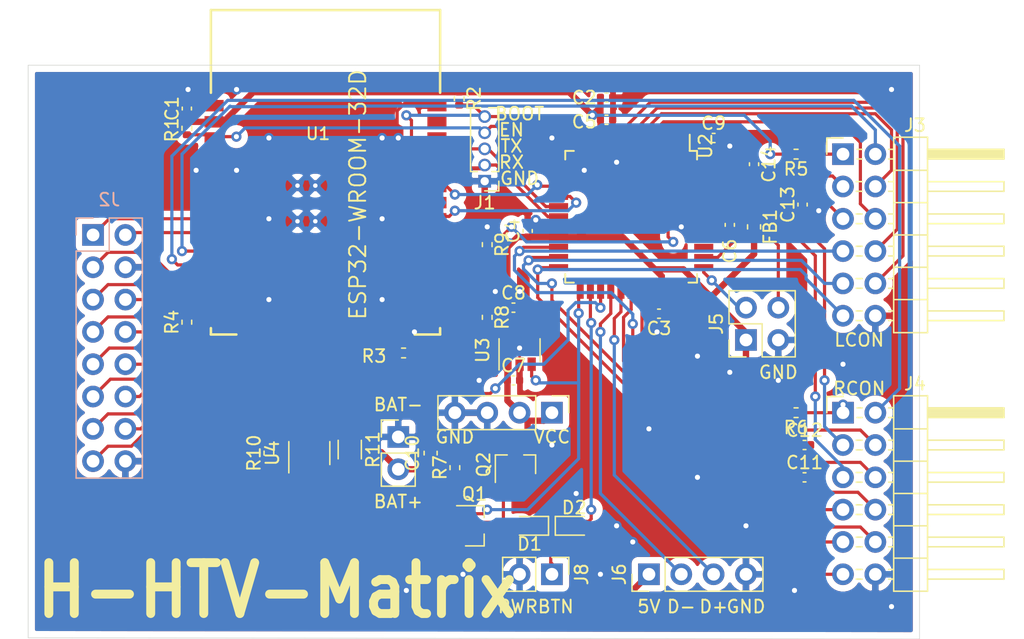
<source format=kicad_pcb>
(kicad_pcb (version 20171130) (host pcbnew 5.1.10-88a1d61d58~88~ubuntu18.04.1)
  (layers (0 F.Cu signal) (31 B.Cu signal) (34 B.Paste user) (35 F.Paste user) (36 B.SilkS user) (37 F.SilkS user) (38 B.Mask user) (39 F.Mask user) (44 Edge.Cuts user))
  (net 0 "")
  (net 1 VCC)
  (net 2 /ESP_BOOT)
  (net 3 /ESP_EN)
  (net 4 /HUB75_R1)
  (net 5 /HUB75_G1)
  (net 6 /HUB75_B1)
  (net 7 /HUB75_R2)
  (net 8 /HUB75_G2)
  (net 9 /HUB75_B2)
  (net 10 /HUB75_E)
  (net 11 /HUB75_A)
  (net 12 /HUB75_C)
  (net 13 /HUB75_D)
  (net 14 /HUB75_CLK)
  (net 15 /HUB75_LAT)
  (net 16 /HUB75_OE)
  (net 17 /ATX_CS)
  (net 18 /ATX_SCK)
  (net 19 /ATX_MISO)
  (net 20 /ATX_MOSI)
  (net 21 "Net-(C6-Pad2)")
  (net 22 /LCON_BM_C)
  (net 23 /LCON_BM_2)
  (net 24 /LCON_BM_B)
  (net 25 /LCON_BM_1)
  (net 26 /LCON_BM_A)
  (net 27 /LCON_JB)
  (net 28 /LCON_Y)
  (net 29 /LCON_SPEZ)
  (net 30 /LCON_X)
  (net 31 /LCON_AUD)
  (net 32 "Net-(J3-Pad1)")
  (net 33 /RCON_BM_2)
  (net 34 /RCON_BM_1)
  (net 35 /RCON_JB)
  (net 36 /RCON_Y)
  (net 37 /RCON_SPEZ)
  (net 38 /RCON_X)
  (net 39 /RCON_AUD)
  (net 40 "Net-(J4-Pad1)")
  (net 41 /PDI_CLK)
  (net 42 /PDI_DATA)
  (net 43 -BATT)
  (net 44 "Net-(D1-Pad2)")
  (net 45 "Net-(D1-Pad1)")
  (net 46 +BATT)
  (net 47 /PWRBTN_IN)
  (net 48 /KEEPALIVE)
  (net 49 +VSW)
  (net 50 /USB_D+)
  (net 51 /USB_D-)
  (net 52 /USB_VCC)
  (net 53 /BATT_MEAS)
  (net 54 "Net-(R10-Pad2)")
  (net 55 /BATT_NCHRG)
  (net 56 "Net-(J6-Pad1)")
  (module Capacitor_SMD:C_0402_1005Metric (layer F.Cu) (at 167.005 47.78 270)
    (fp_text reference C14 (at 0 -1.16 90) (layer F.SilkS))
    (fp_text value 100n)
    (pad 2 smd roundrect (at 0.48 0 270) (size 0.56 0.62) (layers F.Cu F.Paste F.Mask) (net 30 /LCON_X))
    (pad 1 smd roundrect (at -0.48 0 270) (size 0.56 0.62) (layers F.Cu F.Paste F.Mask) (net 43 -BATT))
  )
  (module Capacitor_SMD:C_0402_1005Metric (layer F.Cu) (at 170.815 50.955 90)
    (fp_text reference C13 (at 0 -1.16 90) (layer F.SilkS))
    (fp_text value 100n)
    (pad 2 smd roundrect (at 0.48 0 90) (size 0.56 0.62) (layers F.Cu F.Paste F.Mask) (net 28 /LCON_Y))
    (pad 1 smd roundrect (at -0.48 0 90) (size 0.56 0.62) (layers F.Cu F.Paste F.Mask) (net 43 -BATT))
  )
  (module Capacitor_SMD:C_0402_1005Metric (layer F.Cu) (at 170.97 69.85)
    (fp_text reference C12 (at 0 -1.16) (layer F.SilkS))
    (fp_text value 100n)
    (pad 2 smd roundrect (at 0.48 0) (size 0.56 0.62) (layers F.Cu F.Paste F.Mask) (net 38 /RCON_X))
    (pad 1 smd roundrect (at -0.48 0) (size 0.56 0.62) (layers F.Cu F.Paste F.Mask) (net 43 -BATT))
  )
  (module Capacitor_SMD:C_0402_1005Metric (layer F.Cu) (at 170.97 72.39)
    (fp_text reference C11 (at 0 -1.16) (layer F.SilkS))
    (fp_text value 100n)
    (pad 2 smd roundrect (at 0.48 0) (size 0.56 0.62) (layers F.Cu F.Paste F.Mask) (net 36 /RCON_Y))
    (pad 1 smd roundrect (at -0.48 0) (size 0.56 0.62) (layers F.Cu F.Paste F.Mask) (net 43 -BATT))
  )
  (module Capacitor_SMD:C_0603_1608Metric (layer F.Cu) (at 141.605 70.485 90)
    (fp_text reference C10 (at 0 -1.43 90) (layer F.SilkS))
    (fp_text value 10u)
    (pad 2 smd roundrect (at 0.775 0 90) (size 0.9 0.95) (layers F.Cu F.Paste F.Mask) (net 43 -BATT))
    (pad 1 smd roundrect (at -0.775 0 90) (size 0.9 0.95) (layers F.Cu F.Paste F.Mask) (net 46 +BATT))
  )
  (module Resistor_SMD:R_1206_3216Metric (layer F.Cu) (at 135.255 70.2075 270)
    (fp_text reference R11 (at 0 -1.82 90) (layer F.SilkS))
    (fp_text value 0.27)
    (pad 2 smd roundrect (at 1.4625 0 270) (size 1.125 1.75) (layers F.Cu F.Paste F.Mask) (roundrect_rratio 0.222222) (net 56 "Net-(J6-Pad1)"))
    (pad 1 smd roundrect (at -1.4625 0 270) (size 1.125 1.75) (layers F.Cu F.Paste F.Mask) (roundrect_rratio 0.222222) (net 52 /USB_VCC))
  )
  (module Package_TO_SOT_SMD:SOT-23-6 (layer F.Cu) (at 132.08 70.485 90)
    (fp_text reference U4 (at 0 -2.9 90) (layer F.SilkS))
    (fp_text value TP4059)
    (pad 5 smd rect (at 1.1 0 90) (size 1.06 0.65) (layers F.Cu F.Paste F.Mask) (net 55 /BATT_NCHRG))
    (pad 6 smd rect (at 1.1 -0.95 90) (size 1.06 0.65) (layers F.Cu F.Paste F.Mask) (net 54 "Net-(R10-Pad2)"))
    (pad 4 smd rect (at 1.1 0.95 90) (size 1.06 0.65) (layers F.Cu F.Paste F.Mask) (net 52 /USB_VCC))
    (pad 3 smd rect (at -1.1 0.95 90) (size 1.06 0.65) (layers F.Cu F.Paste F.Mask) (net 46 +BATT))
    (pad 2 smd rect (at -1.1 0 90) (size 1.06 0.65) (layers F.Cu F.Paste F.Mask) (net 43 -BATT))
    (pad 1 smd rect (at -1.1 -0.95 90) (size 1.06 0.65) (layers F.Cu F.Paste F.Mask) (net 55 /BATT_NCHRG))
  )
  (module Resistor_SMD:R_0402_1005Metric (layer F.Cu) (at 128.905 70.485 90)
    (fp_text reference R10 (at 0 -1.17 90) (layer F.SilkS))
    (fp_text value 1.5K)
    (pad 2 smd roundrect (at 0.51 0 90) (size 0.54 0.64) (layers F.Cu F.Paste F.Mask) (net 54 "Net-(R10-Pad2)"))
    (pad 1 smd roundrect (at -0.51 0 90) (size 0.54 0.64) (layers F.Cu F.Paste F.Mask) (net 43 -BATT))
  )
  (module Resistor_SMD:R_0402_1005Metric (layer F.Cu) (at 146.05 54.1 270)
    (fp_text reference R9 (at 0 -1.17 90) (layer F.SilkS))
    (fp_text value 33K)
    (pad 2 smd roundrect (at 0.51 0 270) (size 0.54 0.64) (layers F.Cu F.Paste F.Mask) (net 53 /BATT_MEAS))
    (pad 1 smd roundrect (at -0.51 0 270) (size 0.54 0.64) (layers F.Cu F.Paste F.Mask) (net 43 -BATT))
  )
  (module Resistor_SMD:R_0402_1005Metric (layer F.Cu) (at 146.05 59.815 270)
    (fp_text reference R8 (at 0 -1.17 90) (layer F.SilkS))
    (fp_text value 33K)
    (pad 2 smd roundrect (at 0.51 0 270) (size 0.54 0.64) (layers F.Cu F.Paste F.Mask) (net 49 +VSW))
    (pad 1 smd roundrect (at -0.51 0 270) (size 0.54 0.64) (layers F.Cu F.Paste F.Mask) (net 53 /BATT_MEAS))
  )
  (module Capacitor_SMD:C_0402_1005Metric (layer F.Cu) (at 163.83 45.72)
    (fp_text reference C9 (at 0 -1.16) (layer F.SilkS))
    (fp_text value 100n)
    (pad 2 smd roundrect (at 0.48 0) (size 0.56 0.62) (layers F.Cu F.Paste F.Mask) (net 43 -BATT))
    (pad 1 smd roundrect (at -0.48 0) (size 0.56 0.62) (layers F.Cu F.Paste F.Mask) (net 53 /BATT_MEAS))
  )
  (module Package_TO_SOT_SMD:SOT-23-5 (layer F.Cu) (at 148.59 62.4 90)
    (fp_text reference U3 (at 0 -2.9 90) (layer F.SilkS))
    (fp_text value LN1152)
    (pad 5 smd rect (at 1.1 -0.95 90) (size 1.06 0.65) (layers F.Cu F.Paste F.Mask) (net 1 VCC))
    (pad 4 smd rect (at 1.1 0.95 90) (size 1.06 0.65) (layers F.Cu F.Paste F.Mask))
    (pad 3 smd rect (at -1.1 0.95 90) (size 1.06 0.65) (layers F.Cu F.Paste F.Mask) (net 48 /KEEPALIVE))
    (pad 2 smd rect (at -1.1 0 90) (size 1.06 0.65) (layers F.Cu F.Paste F.Mask) (net 43 -BATT))
    (pad 1 smd rect (at -1.1 -0.95 90) (size 1.06 0.65) (layers F.Cu F.Paste F.Mask) (net 49 +VSW))
  )
  (module Capacitor_SMD:C_0402_1005Metric (layer F.Cu) (at 148.11 59.055)
    (fp_text reference C8 (at 0 -1.16) (layer F.SilkS))
    (fp_text value 2.2u)
    (pad 2 smd roundrect (at 0.48 0) (size 0.56 0.62) (layers F.Cu F.Paste F.Mask) (net 43 -BATT))
    (pad 1 smd roundrect (at -0.48 0) (size 0.56 0.62) (layers F.Cu F.Paste F.Mask) (net 1 VCC))
  )
  (module Capacitor_SMD:C_0402_1005Metric (layer F.Cu) (at 148.11 64.77)
    (fp_text reference C7 (at 0 -1.16) (layer F.SilkS))
    (fp_text value 1u)
    (pad 2 smd roundrect (at 0.48 0) (size 0.56 0.62) (layers F.Cu F.Paste F.Mask) (net 43 -BATT))
    (pad 1 smd roundrect (at -0.48 0) (size 0.56 0.62) (layers F.Cu F.Paste F.Mask) (net 49 +VSW))
  )
  (module Connector_PinHeader_2.54mm:PinHeader_1x04_P2.54mm_Vertical (layer F.Cu) (at 151.13 67.31 270)
    (fp_text reference J9 hide)
    (fp_text value Conn_01x04)
    (pad 4 thru_hole oval (at 0 7.62 270) (size 1.7 1.7) (drill 1) (layers *.Cu *.Mask) (net 43 -BATT))
    (pad 3 thru_hole oval (at 0 5.08 270) (size 1.7 1.7) (drill 1) (layers *.Cu *.Mask) (net 43 -BATT))
    (pad 2 thru_hole oval (at 0 2.54 270) (size 1.7 1.7) (drill 1) (layers *.Cu *.Mask) (net 49 +VSW))
    (pad 1 thru_hole rect (at 0 0 270) (size 1.7 1.7) (drill 1) (layers *.Cu *.Mask) (net 49 +VSW))
  )
  (module Connector_PinHeader_2.54mm:PinHeader_1x02_P2.54mm_Vertical (layer F.Cu) (at 151.13 80.01 270)
    (fp_text reference J8 (at 0 -2.33 90) (layer F.SilkS))
    (fp_text value Conn_01x02)
    (pad 2 thru_hole oval (at 0 2.54 270) (size 1.7 1.7) (drill 1) (layers *.Cu *.Mask) (net 43 -BATT))
    (pad 1 thru_hole rect (at 0 0 270) (size 1.7 1.7) (drill 1) (layers *.Cu *.Mask) (net 45 "Net-(D1-Pad1)"))
  )
  (module Connector_PinHeader_2.54mm:PinHeader_1x02_P2.54mm_Vertical (layer F.Cu) (at 139.065 69.215)
    (fp_text reference J7 hide)
    (fp_text value Conn_01x02)
    (pad 2 thru_hole oval (at 0 2.54) (size 1.7 1.7) (drill 1) (layers *.Cu *.Mask) (net 46 +BATT))
    (pad 1 thru_hole rect (at 0 0) (size 1.7 1.7) (drill 1) (layers *.Cu *.Mask) (net 43 -BATT))
  )
  (module Connector_PinHeader_2.54mm:PinHeader_1x04_P2.54mm_Vertical (layer F.Cu) (at 158.75 80.01 90)
    (fp_text reference J6 (at 0 -2.33 90) (layer F.SilkS))
    (fp_text value Conn_01x04)
    (pad 4 thru_hole oval (at 0 7.62 90) (size 1.7 1.7) (drill 1) (layers *.Cu *.Mask) (net 43 -BATT))
    (pad 3 thru_hole oval (at 0 5.08 90) (size 1.7 1.7) (drill 1) (layers *.Cu *.Mask) (net 50 /USB_D+))
    (pad 2 thru_hole oval (at 0 2.54 90) (size 1.7 1.7) (drill 1) (layers *.Cu *.Mask) (net 51 /USB_D-))
    (pad 1 thru_hole rect (at 0 0 90) (size 1.7 1.7) (drill 1) (layers *.Cu *.Mask) (net 56 "Net-(J6-Pad1)"))
  )
  (module Package_TO_SOT_SMD:SOT-23 (layer F.Cu) (at 145.05 76.2)
    (fp_text reference Q1 (at 0 -2.5) (layer F.SilkS))
    (fp_text value BSS123)
    (pad 3 smd rect (at 1 0) (size 0.9 0.8) (layers F.Cu F.Paste F.Mask) (net 44 "Net-(D1-Pad2)"))
    (pad 2 smd rect (at -1 0.95) (size 0.9 0.8) (layers F.Cu F.Paste F.Mask) (net 43 -BATT))
    (pad 1 smd rect (at -1 -0.95) (size 0.9 0.8) (layers F.Cu F.Paste F.Mask) (net 48 /KEEPALIVE))
  )
  (module Resistor_SMD:R_0402_1005Metric (layer F.Cu) (at 143.51 71.63 90)
    (fp_text reference R7 (at 0 -1.17 90) (layer F.SilkS))
    (fp_text value 100K)
    (pad 2 smd roundrect (at 0.51 0 90) (size 0.54 0.64) (layers F.Cu F.Paste F.Mask) (net 46 +BATT))
    (pad 1 smd roundrect (at -0.51 0 90) (size 0.54 0.64) (layers F.Cu F.Paste F.Mask) (net 44 "Net-(D1-Pad2)"))
  )
  (module Package_TO_SOT_SMD:SOT-23 (layer F.Cu) (at 148.27 71.39 90)
    (fp_text reference Q2 (at 0 -2.5 90) (layer F.SilkS))
    (fp_text value AO3401A)
    (pad 3 smd rect (at 1 0 90) (size 0.9 0.8) (layers F.Cu F.Paste F.Mask) (net 46 +BATT))
    (pad 2 smd rect (at -1 0.95 90) (size 0.9 0.8) (layers F.Cu F.Paste F.Mask) (net 49 +VSW))
    (pad 1 smd rect (at -1 -0.95 90) (size 0.9 0.8) (layers F.Cu F.Paste F.Mask) (net 44 "Net-(D1-Pad2)"))
  )
  (module Diode_SMD:D_0603_1608Metric (layer F.Cu) (at 152.8825 76.2)
    (fp_text reference D2 (at 0 -1.43) (layer F.SilkS))
    (fp_text value D)
    (pad 2 smd roundrect (at 0.7875 0) (size 0.875 0.95) (layers F.Cu F.Paste F.Mask) (net 47 /PWRBTN_IN))
    (pad 1 smd roundrect (at -0.7875 0) (size 0.875 0.95) (layers F.Cu F.Paste F.Mask) (net 45 "Net-(D1-Pad1)"))
  )
  (module Diode_SMD:D_0603_1608Metric (layer F.Cu) (at 149.3775 76.2 180)
    (fp_text reference D1 (at 0 -1.43) (layer F.SilkS))
    (fp_text value D)
    (pad 2 smd roundrect (at 0.7875 0 180) (size 0.875 0.95) (layers F.Cu F.Paste F.Mask) (net 44 "Net-(D1-Pad2)"))
    (pad 1 smd roundrect (at -0.7875 0 180) (size 0.875 0.95) (layers F.Cu F.Paste F.Mask) (net 45 "Net-(D1-Pad1)"))
  )
  (module HTV-mcu:ESP32-WROOM-32E (layer F.Cu) (at 133.35 50.165)
    (fp_text reference U1 (at -0.59 -4.78) (layer F.SilkS) (effects (font (size 0.95 0.95))))
    (fp_text value ESP32-WROOM-32D (at 2.54 0 90) (layer F.SilkS) (effects (font (size 1.27 1.27))))
    (pad 39 thru_hole circle (at -0.8 2.1) (size 0.858 0.858) (drill 0.35) (layers *.Cu *.Mask) (net 43 -BATT))
    (pad 39 thru_hole circle (at -2.2 2.1) (size 0.858 0.858) (drill 0.35) (layers *.Cu *.Mask) (net 43 -BATT))
    (pad 39 thru_hole circle (at -2.2 -0.7) (size 0.858 0.858) (drill 0.35) (layers *.Cu *.Mask) (net 43 -BATT))
    (pad 39 thru_hole circle (at -0.8 -0.7) (size 0.858 0.858) (drill 0.35) (layers *.Cu *.Mask) (net 43 -BATT))
    (pad 39 smd rect (at -0.1 2.1) (size 0.9 0.9) (layers F.Cu F.Paste F.Mask) (net 43 -BATT))
    (pad 39 smd rect (at -1.5 2.1) (size 0.9 0.9) (layers F.Cu F.Paste F.Mask) (net 43 -BATT))
    (pad 39 smd rect (at -2.9 2.1) (size 0.9 0.9) (layers F.Cu F.Paste F.Mask) (net 43 -BATT))
    (pad 39 smd rect (at -2.9 0.7) (size 0.9 0.9) (layers F.Cu F.Paste F.Mask) (net 43 -BATT))
    (pad 39 smd rect (at -1.5 0.7) (size 0.9 0.9) (layers F.Cu F.Paste F.Mask) (net 43 -BATT))
    (pad 39 smd rect (at -0.1 0.7) (size 0.9 0.9) (layers F.Cu F.Paste F.Mask) (net 43 -BATT))
    (pad 39 smd rect (at -2.9 -0.7) (size 0.9 0.9) (layers F.Cu F.Paste F.Mask) (net 43 -BATT))
    (pad 39 smd rect (at -1.5 -0.7) (size 0.9 0.9) (layers F.Cu F.Paste F.Mask) (net 43 -BATT))
    (pad 39 smd rect (at -0.1 -0.7) (size 0.9 0.9) (layers F.Cu F.Paste F.Mask) (net 43 -BATT))
    (pad 38 smd rect (at 8.75 -6.985) (size 1.5 0.9) (layers F.Cu F.Paste F.Mask) (net 43 -BATT))
    (pad 37 smd rect (at 8.75 -5.715) (size 1.5 0.9) (layers F.Cu F.Paste F.Mask))
    (pad 36 smd rect (at 8.75 -4.445) (size 1.5 0.9) (layers F.Cu F.Paste F.Mask))
    (pad 35 smd rect (at 8.75 -3.175) (size 1.5 0.9) (layers F.Cu F.Paste F.Mask) (net 19 /ATX_MISO))
    (pad 34 smd rect (at 8.75 -1.905) (size 1.5 0.9) (layers F.Cu F.Paste F.Mask) (net 18 /ATX_SCK))
    (pad 33 smd rect (at 8.75 -0.635) (size 1.5 0.9) (layers F.Cu F.Paste F.Mask) (net 17 /ATX_CS))
    (pad 32 smd rect (at 8.75 0.635) (size 1.5 0.9) (layers F.Cu F.Paste F.Mask))
    (pad 21 smd rect (at 1.905 10.75 90) (size 1.5 0.9) (layers F.Cu F.Paste F.Mask))
    (pad 22 smd rect (at 3.175 10.75 90) (size 1.5 0.9) (layers F.Cu F.Paste F.Mask))
    (pad 23 smd rect (at 4.445 10.75 90) (size 1.5 0.9) (layers F.Cu F.Paste F.Mask) (net 10 /HUB75_E))
    (pad 20 smd rect (at 0.635 10.75 90) (size 1.5 0.9) (layers F.Cu F.Paste F.Mask))
    (pad 19 smd rect (at -0.635 10.75 90) (size 1.5 0.9) (layers F.Cu F.Paste F.Mask))
    (pad 18 smd rect (at -1.905 10.75 90) (size 1.5 0.9) (layers F.Cu F.Paste F.Mask))
    (pad 1 smd rect (at -8.75 -6.985) (size 1.5 0.9) (layers F.Cu F.Paste F.Mask) (net 43 -BATT))
    (pad 2 smd rect (at -8.75 -5.715) (size 1.5 0.9) (layers F.Cu F.Paste F.Mask) (net 1 VCC))
    (pad 3 smd rect (at -8.75 -4.445) (size 1.5 0.9) (layers F.Cu F.Paste F.Mask) (net 3 /ESP_EN))
    (pad 16 smd rect (at -4.445 10.75 90) (size 1.5 0.9) (layers F.Cu F.Paste F.Mask) (net 9 /HUB75_B2))
    (pad 15 smd rect (at -5.715 10.75 90) (size 1.5 0.9) (layers F.Cu F.Paste F.Mask) (net 43 -BATT))
    (pad 14 smd rect (at -8.75 9.525) (size 1.5 0.9) (layers F.Cu F.Paste F.Mask) (net 8 /HUB75_G2))
    (pad 13 smd rect (at -8.75 8.255) (size 1.5 0.9) (layers F.Cu F.Paste F.Mask) (net 7 /HUB75_R2))
    (pad 12 smd rect (at -8.75 6.985) (size 1.5 0.9) (layers F.Cu F.Paste F.Mask) (net 6 /HUB75_B1))
    (pad 17 smd rect (at -3.175 10.75 90) (size 1.5 0.9) (layers F.Cu F.Paste F.Mask))
    (pad 31 smd rect (at 8.75 1.905) (size 1.5 0.9) (layers F.Cu F.Paste F.Mask) (net 20 /ATX_MOSI))
    (pad 30 smd rect (at 8.75 3.175) (size 1.5 0.9) (layers F.Cu F.Paste F.Mask) (net 16 /HUB75_OE))
    (pad 29 smd rect (at 8.75 4.445) (size 1.5 0.9) (layers F.Cu F.Paste F.Mask) (net 15 /HUB75_LAT))
    (pad 28 smd rect (at 8.75 5.715) (size 1.5 0.9) (layers F.Cu F.Paste F.Mask) (net 14 /HUB75_CLK))
    (pad 27 smd rect (at 8.75 6.985) (size 1.5 0.9) (layers F.Cu F.Paste F.Mask) (net 13 /HUB75_D))
    (pad 26 smd rect (at 8.75 8.255) (size 1.5 0.9) (layers F.Cu F.Paste F.Mask) (net 12 /HUB75_C))
    (pad 25 smd rect (at 8.75 9.525) (size 1.5 0.9) (layers F.Cu F.Paste F.Mask) (net 2 /ESP_BOOT))
    (pad 24 smd rect (at 5.715 10.75 90) (size 1.5 0.9) (layers F.Cu F.Paste F.Mask) (net 11 /HUB75_A))
    (pad 11 smd rect (at -8.75 5.715) (size 1.5 0.9) (layers F.Cu F.Paste F.Mask) (net 39 /RCON_AUD))
    (pad 10 smd rect (at -8.75 4.445) (size 1.5 0.9) (layers F.Cu F.Paste F.Mask) (net 31 /LCON_AUD))
    (pad 9 smd rect (at -8.75 3.175) (size 1.5 0.9) (layers F.Cu F.Paste F.Mask) (net 5 /HUB75_G1))
    (pad 8 smd rect (at -8.75 1.905) (size 1.5 0.9) (layers F.Cu F.Paste F.Mask) (net 4 /HUB75_R1))
    (pad 7 smd rect (at -8.75 0.635) (size 1.5 0.9) (layers F.Cu F.Paste F.Mask))
    (pad 6 smd rect (at -8.75 -0.635) (size 1.5 0.9) (layers F.Cu F.Paste F.Mask))
    (pad 5 smd rect (at -8.75 -1.905) (size 1.5 0.9) (layers F.Cu F.Paste F.Mask))
    (pad 4 smd rect (at -8.75 -3.175) (size 1.5 0.9) (layers F.Cu F.Paste F.Mask))
  )
  (module Connector_PinHeader_2.54mm:PinHeader_2x02_P2.54mm_Vertical (layer F.Cu) (at 166.37 61.595 90)
    (fp_text reference J5 (at 1.27 -2.33 90) (layer F.SilkS))
    (fp_text value Conn_02x02_Odd_Even)
    (pad 4 thru_hole oval (at 2.54 2.54 90) (size 1.7 1.7) (drill 1) (layers *.Cu *.Mask) (net 41 /PDI_CLK))
    (pad 3 thru_hole oval (at 0 2.54 90) (size 1.7 1.7) (drill 1) (layers *.Cu *.Mask) (net 43 -BATT))
    (pad 2 thru_hole oval (at 2.54 0 90) (size 1.7 1.7) (drill 1) (layers *.Cu *.Mask) (net 42 /PDI_DATA))
    (pad 1 thru_hole rect (at 0 0 90) (size 1.7 1.7) (drill 1) (layers *.Cu *.Mask) (net 1 VCC))
  )
  (module Resistor_SMD:R_0402_1005Metric (layer F.Cu) (at 170.305 67.31 180)
    (fp_text reference R6 (at 0 -1.17) (layer F.SilkS))
    (fp_text value 3.3K)
    (pad 2 smd roundrect (at 0.51 0 180) (size 0.54 0.64) (layers F.Cu F.Paste F.Mask) (net 1 VCC))
    (pad 1 smd roundrect (at -0.51 0 180) (size 0.54 0.64) (layers F.Cu F.Paste F.Mask) (net 40 "Net-(J4-Pad1)"))
  )
  (module Resistor_SMD:R_0402_1005Metric (layer F.Cu) (at 170.305 46.99 180)
    (fp_text reference R5 (at 0 -1.17) (layer F.SilkS))
    (fp_text value 3.3K)
    (pad 2 smd roundrect (at 0.51 0 180) (size 0.54 0.64) (layers F.Cu F.Paste F.Mask) (net 1 VCC))
    (pad 1 smd roundrect (at -0.51 0 180) (size 0.54 0.64) (layers F.Cu F.Paste F.Mask) (net 32 "Net-(J3-Pad1)"))
  )
  (module Connector_PinHeader_2.54mm:PinHeader_2x06_P2.54mm_Horizontal (layer F.Cu) (at 173.99 67.31)
    (fp_text reference J4 (at 5.655 -2.27) (layer F.SilkS))
    (fp_text value Conn_02x06_Odd_Even)
    (pad 12 thru_hole oval (at 2.54 12.7) (size 1.7 1.7) (drill 1) (layers *.Cu *.Mask) (net 43 -BATT))
    (pad 11 thru_hole oval (at 0 12.7) (size 1.7 1.7) (drill 1) (layers *.Cu *.Mask) (net 22 /LCON_BM_C))
    (pad 10 thru_hole oval (at 2.54 10.16) (size 1.7 1.7) (drill 1) (layers *.Cu *.Mask) (net 33 /RCON_BM_2))
    (pad 9 thru_hole oval (at 0 10.16) (size 1.7 1.7) (drill 1) (layers *.Cu *.Mask) (net 24 /LCON_BM_B))
    (pad 8 thru_hole oval (at 2.54 7.62) (size 1.7 1.7) (drill 1) (layers *.Cu *.Mask) (net 34 /RCON_BM_1))
    (pad 7 thru_hole oval (at 0 7.62) (size 1.7 1.7) (drill 1) (layers *.Cu *.Mask) (net 26 /LCON_BM_A))
    (pad 6 thru_hole oval (at 2.54 5.08) (size 1.7 1.7) (drill 1) (layers *.Cu *.Mask) (net 35 /RCON_JB))
    (pad 5 thru_hole oval (at 0 5.08) (size 1.7 1.7) (drill 1) (layers *.Cu *.Mask) (net 36 /RCON_Y))
    (pad 4 thru_hole oval (at 2.54 2.54) (size 1.7 1.7) (drill 1) (layers *.Cu *.Mask) (net 37 /RCON_SPEZ))
    (pad 3 thru_hole oval (at 0 2.54) (size 1.7 1.7) (drill 1) (layers *.Cu *.Mask) (net 38 /RCON_X))
    (pad 2 thru_hole oval (at 2.54 0) (size 1.7 1.7) (drill 1) (layers *.Cu *.Mask) (net 39 /RCON_AUD))
    (pad 1 thru_hole rect (at 0 0) (size 1.7 1.7) (drill 1) (layers *.Cu *.Mask) (net 40 "Net-(J4-Pad1)"))
  )
  (module Connector_PinHeader_2.54mm:PinHeader_2x06_P2.54mm_Horizontal (layer F.Cu) (at 173.99 46.99)
    (fp_text reference J3 (at 5.655 -2.27) (layer F.SilkS))
    (fp_text value Conn_02x06_Odd_Even)
    (pad 12 thru_hole oval (at 2.54 12.7) (size 1.7 1.7) (drill 1) (layers *.Cu *.Mask) (net 43 -BATT))
    (pad 11 thru_hole oval (at 0 12.7) (size 1.7 1.7) (drill 1) (layers *.Cu *.Mask) (net 22 /LCON_BM_C))
    (pad 10 thru_hole oval (at 2.54 10.16) (size 1.7 1.7) (drill 1) (layers *.Cu *.Mask) (net 23 /LCON_BM_2))
    (pad 9 thru_hole oval (at 0 10.16) (size 1.7 1.7) (drill 1) (layers *.Cu *.Mask) (net 24 /LCON_BM_B))
    (pad 8 thru_hole oval (at 2.54 7.62) (size 1.7 1.7) (drill 1) (layers *.Cu *.Mask) (net 25 /LCON_BM_1))
    (pad 7 thru_hole oval (at 0 7.62) (size 1.7 1.7) (drill 1) (layers *.Cu *.Mask) (net 26 /LCON_BM_A))
    (pad 6 thru_hole oval (at 2.54 5.08) (size 1.7 1.7) (drill 1) (layers *.Cu *.Mask) (net 27 /LCON_JB))
    (pad 5 thru_hole oval (at 0 5.08) (size 1.7 1.7) (drill 1) (layers *.Cu *.Mask) (net 28 /LCON_Y))
    (pad 4 thru_hole oval (at 2.54 2.54) (size 1.7 1.7) (drill 1) (layers *.Cu *.Mask) (net 29 /LCON_SPEZ))
    (pad 3 thru_hole oval (at 0 2.54) (size 1.7 1.7) (drill 1) (layers *.Cu *.Mask) (net 30 /LCON_X))
    (pad 2 thru_hole oval (at 2.54 0) (size 1.7 1.7) (drill 1) (layers *.Cu *.Mask) (net 31 /LCON_AUD))
    (pad 1 thru_hole rect (at 0 0) (size 1.7 1.7) (drill 1) (layers *.Cu *.Mask) (net 32 "Net-(J3-Pad1)"))
  )
  (module Connector_PinSocket_2.54mm:PinSocket_2x08_P2.54mm_Vertical (layer B.Cu) (at 115.095 53.34 180)
    (fp_text reference J2 (at -1.27 2.77) (layer B.SilkS) (effects (justify mirror)))
    (fp_text value Conn_02x08_Odd_Even)
    (pad 16 thru_hole oval (at -2.54 -17.78 180) (size 1.7 1.7) (drill 1) (layers *.Cu *.Mask) (net 43 -BATT))
    (pad 15 thru_hole oval (at 0 -17.78 180) (size 1.7 1.7) (drill 1) (layers *.Cu *.Mask) (net 16 /HUB75_OE))
    (pad 14 thru_hole oval (at -2.54 -15.24 180) (size 1.7 1.7) (drill 1) (layers *.Cu *.Mask) (net 15 /HUB75_LAT))
    (pad 13 thru_hole oval (at 0 -15.24 180) (size 1.7 1.7) (drill 1) (layers *.Cu *.Mask) (net 14 /HUB75_CLK))
    (pad 12 thru_hole oval (at -2.54 -12.7 180) (size 1.7 1.7) (drill 1) (layers *.Cu *.Mask) (net 13 /HUB75_D))
    (pad 11 thru_hole oval (at 0 -12.7 180) (size 1.7 1.7) (drill 1) (layers *.Cu *.Mask) (net 12 /HUB75_C))
    (pad 10 thru_hole oval (at -2.54 -10.16 180) (size 1.7 1.7) (drill 1) (layers *.Cu *.Mask) (net 2 /ESP_BOOT))
    (pad 9 thru_hole oval (at 0 -10.16 180) (size 1.7 1.7) (drill 1) (layers *.Cu *.Mask) (net 11 /HUB75_A))
    (pad 8 thru_hole oval (at -2.54 -7.62 180) (size 1.7 1.7) (drill 1) (layers *.Cu *.Mask) (net 10 /HUB75_E))
    (pad 7 thru_hole oval (at 0 -7.62 180) (size 1.7 1.7) (drill 1) (layers *.Cu *.Mask) (net 9 /HUB75_B2))
    (pad 6 thru_hole oval (at -2.54 -5.08 180) (size 1.7 1.7) (drill 1) (layers *.Cu *.Mask) (net 8 /HUB75_G2))
    (pad 5 thru_hole oval (at 0 -5.08 180) (size 1.7 1.7) (drill 1) (layers *.Cu *.Mask) (net 7 /HUB75_R2))
    (pad 4 thru_hole oval (at -2.54 -2.54 180) (size 1.7 1.7) (drill 1) (layers *.Cu *.Mask) (net 43 -BATT))
    (pad 3 thru_hole oval (at 0 -2.54 180) (size 1.7 1.7) (drill 1) (layers *.Cu *.Mask) (net 6 /HUB75_B1))
    (pad 2 thru_hole oval (at -2.54 0 180) (size 1.7 1.7) (drill 1) (layers *.Cu *.Mask) (net 5 /HUB75_G1))
    (pad 1 thru_hole rect (at 0 0 180) (size 1.7 1.7) (drill 1) (layers *.Cu *.Mask) (net 4 /HUB75_R1))
  )
  (module Inductor_SMD:L_0603_1608Metric (layer F.Cu) (at 167.005 52.705 90)
    (fp_text reference FB1 (at 0 1.27 90) (layer F.SilkS))
    (fp_text value Ferrite_Bead)
    (pad 2 smd roundrect (at 0.7875 0 90) (size 0.875 0.95) (layers F.Cu F.Paste F.Mask) (net 21 "Net-(C6-Pad2)"))
    (pad 1 smd roundrect (at -0.7875 0 90) (size 0.875 0.95) (layers F.Cu F.Paste F.Mask) (net 1 VCC))
  )
  (module Capacitor_SMD:C_0402_1005Metric (layer F.Cu) (at 165.1 52.55 90)
    (fp_text reference C6 (at -2.06 0 90) (layer F.SilkS))
    (fp_text value 1u)
    (pad 2 smd roundrect (at 0.48 0 90) (size 0.56 0.62) (layers F.Cu F.Paste F.Mask) (net 21 "Net-(C6-Pad2)"))
    (pad 1 smd roundrect (at -0.48 0 90) (size 0.56 0.62) (layers F.Cu F.Paste F.Mask) (net 43 -BATT))
  )
  (module Capacitor_SMD:C_0402_1005Metric (layer F.Cu) (at 155.42 44.29)
    (fp_text reference C5 (at -1.75 0.16) (layer F.SilkS))
    (fp_text value 100n)
    (pad 2 smd roundrect (at 0.48 0) (size 0.56 0.62) (layers F.Cu F.Paste F.Mask) (net 43 -BATT))
    (pad 1 smd roundrect (at -0.48 0) (size 0.56 0.62) (layers F.Cu F.Paste F.Mask) (net 1 VCC))
  )
  (module Capacitor_SMD:C_0402_1005Metric (layer F.Cu) (at 149.225 53.025 90)
    (fp_text reference C4 (at 0 -1.16 90) (layer F.SilkS))
    (fp_text value 100n)
    (pad 2 smd roundrect (at 0.48 0 90) (size 0.56 0.62) (layers F.Cu F.Paste F.Mask) (net 43 -BATT))
    (pad 1 smd roundrect (at -0.48 0 90) (size 0.56 0.62) (layers F.Cu F.Paste F.Mask) (net 1 VCC))
  )
  (module Capacitor_SMD:C_0402_1005Metric (layer F.Cu) (at 159.54 59.53 180)
    (fp_text reference C3 (at 0 -1.16) (layer F.SilkS))
    (fp_text value 100n)
    (pad 2 smd roundrect (at 0.48 0 180) (size 0.56 0.62) (layers F.Cu F.Paste F.Mask) (net 43 -BATT))
    (pad 1 smd roundrect (at -0.48 0 180) (size 0.56 0.62) (layers F.Cu F.Paste F.Mask) (net 1 VCC))
  )
  (module Capacitor_SMD:C_0402_1005Metric (layer F.Cu) (at 155.42 42.545)
    (fp_text reference C2 (at -1.75 0) (layer F.SilkS))
    (fp_text value 1u)
    (pad 2 smd roundrect (at 0.48 0) (size 0.56 0.62) (layers F.Cu F.Paste F.Mask) (net 43 -BATT))
    (pad 1 smd roundrect (at -0.48 0) (size 0.56 0.62) (layers F.Cu F.Paste F.Mask) (net 1 VCC))
  )
  (module Package_QFP:TQFP-44_10x10mm_P0.8mm (layer F.Cu) (at 157.353 51.91 270)
    (fp_text reference U2 (at -5.555 -5.842 90) (layer F.SilkS))
    (fp_text value ATxmega128A4U-AU)
    (pad 1 smd rect (at -5.7 -4 270) (size 1.5 0.55) (layers F.Cu F.Paste F.Mask) (net 53 /BATT_MEAS))
    (pad 2 smd rect (at -5.7 -3.2 270) (size 1.5 0.55) (layers F.Cu F.Paste F.Mask))
    (pad 3 smd rect (at -5.7 -2.4 270) (size 1.5 0.55) (layers F.Cu F.Paste F.Mask))
    (pad 4 smd rect (at -5.7 -1.6 270) (size 1.5 0.55) (layers F.Cu F.Paste F.Mask) (net 27 /LCON_JB))
    (pad 5 smd rect (at -5.7 -0.8 270) (size 1.5 0.55) (layers F.Cu F.Paste F.Mask) (net 29 /LCON_SPEZ))
    (pad 6 smd rect (at -5.7 0 270) (size 1.5 0.55) (layers F.Cu F.Paste F.Mask) (net 25 /LCON_BM_1))
    (pad 7 smd rect (at -5.7 0.8 270) (size 1.5 0.55) (layers F.Cu F.Paste F.Mask) (net 23 /LCON_BM_2))
    (pad 8 smd rect (at -5.7 1.6 270) (size 1.5 0.55) (layers F.Cu F.Paste F.Mask) (net 43 -BATT))
    (pad 9 smd rect (at -5.7 2.4 270) (size 1.5 0.55) (layers F.Cu F.Paste F.Mask) (net 1 VCC))
    (pad 10 smd rect (at -5.7 3.2 270) (size 1.5 0.55) (layers F.Cu F.Paste F.Mask) (net 2 /ESP_BOOT))
    (pad 11 smd rect (at -5.7 4 270) (size 1.5 0.55) (layers F.Cu F.Paste F.Mask) (net 3 /ESP_EN))
    (pad 12 smd rect (at -4 5.7) (size 1.5 0.55) (layers F.Cu F.Paste F.Mask))
    (pad 13 smd rect (at -3.2 5.7) (size 1.5 0.55) (layers F.Cu F.Paste F.Mask))
    (pad 14 smd rect (at -2.4 5.7) (size 1.5 0.55) (layers F.Cu F.Paste F.Mask) (net 17 /ATX_CS))
    (pad 15 smd rect (at -1.6 5.7) (size 1.5 0.55) (layers F.Cu F.Paste F.Mask) (net 20 /ATX_MOSI))
    (pad 16 smd rect (at -0.8 5.7) (size 1.5 0.55) (layers F.Cu F.Paste F.Mask) (net 19 /ATX_MISO))
    (pad 17 smd rect (at 0 5.7) (size 1.5 0.55) (layers F.Cu F.Paste F.Mask) (net 18 /ATX_SCK))
    (pad 18 smd rect (at 0.8 5.7) (size 1.5 0.55) (layers F.Cu F.Paste F.Mask) (net 43 -BATT))
    (pad 19 smd rect (at 1.6 5.7) (size 1.5 0.55) (layers F.Cu F.Paste F.Mask) (net 1 VCC))
    (pad 20 smd rect (at 2.4 5.7) (size 1.5 0.55) (layers F.Cu F.Paste F.Mask) (net 26 /LCON_BM_A))
    (pad 21 smd rect (at 3.2 5.7) (size 1.5 0.55) (layers F.Cu F.Paste F.Mask) (net 24 /LCON_BM_B))
    (pad 22 smd rect (at 4 5.7) (size 1.5 0.55) (layers F.Cu F.Paste F.Mask) (net 22 /LCON_BM_C))
    (pad 23 smd rect (at 5.7 4 270) (size 1.5 0.55) (layers F.Cu F.Paste F.Mask) (net 48 /KEEPALIVE))
    (pad 24 smd rect (at 5.7 3.2 270) (size 1.5 0.55) (layers F.Cu F.Paste F.Mask) (net 47 /PWRBTN_IN))
    (pad 25 smd rect (at 5.7 2.4 270) (size 1.5 0.55) (layers F.Cu F.Paste F.Mask) (net 55 /BATT_NCHRG))
    (pad 26 smd rect (at 5.7 1.6 270) (size 1.5 0.55) (layers F.Cu F.Paste F.Mask) (net 51 /USB_D-))
    (pad 27 smd rect (at 5.7 0.8 270) (size 1.5 0.55) (layers F.Cu F.Paste F.Mask) (net 50 /USB_D+))
    (pad 28 smd rect (at 5.7 0 270) (size 1.5 0.55) (layers F.Cu F.Paste F.Mask) (net 33 /RCON_BM_2))
    (pad 29 smd rect (at 5.7 -0.8 270) (size 1.5 0.55) (layers F.Cu F.Paste F.Mask) (net 34 /RCON_BM_1))
    (pad 30 smd rect (at 5.7 -1.6 270) (size 1.5 0.55) (layers F.Cu F.Paste F.Mask) (net 43 -BATT))
    (pad 31 smd rect (at 5.7 -2.4 270) (size 1.5 0.55) (layers F.Cu F.Paste F.Mask) (net 1 VCC))
    (pad 32 smd rect (at 5.7 -3.2 270) (size 1.5 0.55) (layers F.Cu F.Paste F.Mask) (net 35 /RCON_JB))
    (pad 33 smd rect (at 5.7 -4 270) (size 1.5 0.55) (layers F.Cu F.Paste F.Mask) (net 37 /RCON_SPEZ))
    (pad 34 smd rect (at 4 -5.7) (size 1.5 0.55) (layers F.Cu F.Paste F.Mask) (net 42 /PDI_DATA))
    (pad 35 smd rect (at 3.2 -5.7) (size 1.5 0.55) (layers F.Cu F.Paste F.Mask) (net 41 /PDI_CLK))
    (pad 36 smd rect (at 2.4 -5.7) (size 1.5 0.55) (layers F.Cu F.Paste F.Mask))
    (pad 37 smd rect (at 1.6 -5.7) (size 1.5 0.55) (layers F.Cu F.Paste F.Mask))
    (pad 38 smd rect (at 0.8 -5.7) (size 1.5 0.55) (layers F.Cu F.Paste F.Mask) (net 43 -BATT))
    (pad 39 smd rect (at 0 -5.7) (size 1.5 0.55) (layers F.Cu F.Paste F.Mask) (net 21 "Net-(C6-Pad2)"))
    (pad 40 smd rect (at -0.8 -5.7) (size 1.5 0.55) (layers F.Cu F.Paste F.Mask) (net 36 /RCON_Y))
    (pad 41 smd rect (at -1.6 -5.7) (size 1.5 0.55) (layers F.Cu F.Paste F.Mask) (net 38 /RCON_X))
    (pad 42 smd rect (at -2.4 -5.7) (size 1.5 0.55) (layers F.Cu F.Paste F.Mask) (net 28 /LCON_Y))
    (pad 43 smd rect (at -3.2 -5.7) (size 1.5 0.55) (layers F.Cu F.Paste F.Mask) (net 30 /LCON_X))
    (pad 44 smd rect (at -4 -5.7) (size 1.5 0.55) (layers F.Cu F.Paste F.Mask))
  )
  (module Connector_PinHeader_1.27mm:PinHeader_1x05_P1.27mm_Vertical (layer F.Cu) (at 145.851 49.116 180)
    (fp_text reference J1 (at 0 -1.695) (layer F.SilkS))
    (fp_text value Conn_01x05)
    (pad 5 thru_hole oval (at 0 5.08 180) (size 1 1) (drill 0.65) (layers *.Cu *.Mask) (net 2 /ESP_BOOT))
    (pad 4 thru_hole oval (at 0 3.81 180) (size 1 1) (drill 0.65) (layers *.Cu *.Mask) (net 3 /ESP_EN))
    (pad 3 thru_hole oval (at 0 2.54 180) (size 1 1) (drill 0.65) (layers *.Cu *.Mask) (net 19 /ATX_MISO))
    (pad 2 thru_hole oval (at 0 1.27 180) (size 1 1) (drill 0.65) (layers *.Cu *.Mask) (net 18 /ATX_SCK))
    (pad 1 thru_hole rect (at 0 0 180) (size 1 1) (drill 0.65) (layers *.Cu *.Mask) (net 43 -BATT))
  )
  (module Capacitor_SMD:C_0402_1005Metric (layer F.Cu) (at 122.461 43.406 90)
    (fp_text reference C1 (at 0 -1.16 90) (layer F.SilkS))
    (fp_text value 1u)
    (pad 1 smd roundrect (at -0.48 0 90) (size 0.56 0.62) (layers F.Cu F.Paste F.Mask) (net 1 VCC))
    (pad 2 smd roundrect (at 0.48 0 90) (size 0.56 0.62) (layers F.Cu F.Paste F.Mask) (net 43 -BATT))
  )
  (module Resistor_SMD:R_0402_1005Metric (layer F.Cu) (at 122.461 44.956 270)
    (fp_text reference R1 (at 0.129 1.176 90) (layer F.SilkS))
    (fp_text value 33K)
    (pad 1 smd roundrect (at -0.51 0 270) (size 0.54 0.64) (layers F.Cu F.Paste F.Mask) (net 1 VCC))
    (pad 2 smd roundrect (at 0.51 0 270) (size 0.54 0.64) (layers F.Cu F.Paste F.Mask) (net 3 /ESP_EN))
  )
  (module Resistor_SMD:R_0402_1005Metric (layer F.Cu) (at 143.851 42.626 270)
    (fp_text reference R2 (at 0 -1.17 90) (layer F.SilkS))
    (fp_text value 33K)
    (pad 1 smd roundrect (at -0.51 0 270) (size 0.54 0.64) (layers F.Cu F.Paste F.Mask) (net 1 VCC))
    (pad 2 smd roundrect (at 0.51 0 270) (size 0.54 0.64) (layers F.Cu F.Paste F.Mask) (net 2 /ESP_BOOT))
  )
  (module Resistor_SMD:R_0402_1005Metric (layer F.Cu) (at 139.481 62.616)
    (fp_text reference R3 (at -2.321 0.249) (layer F.SilkS))
    (fp_text value 33K)
    (pad 2 smd roundrect (at 0.51 0) (size 0.54 0.64) (layers F.Cu F.Paste F.Mask) (net 43 -BATT))
    (pad 1 smd roundrect (at -0.51 0) (size 0.54 0.64) (layers F.Cu F.Paste F.Mask) (net 11 /HUB75_A))
  )
  (module Resistor_SMD:R_0402_1005Metric (layer F.Cu) (at 122.461 60.196 270)
    (fp_text reference R4 (at 0 1.176 90) (layer F.SilkS))
    (fp_text value 33K)
    (pad 2 smd roundrect (at 0.51 0 270) (size 0.54 0.64) (layers F.Cu F.Paste F.Mask) (net 43 -BATT))
    (pad 1 smd roundrect (at -0.51 0 270) (size 0.54 0.64) (layers F.Cu F.Paste F.Mask) (net 8 /HUB75_G2))
  )
  (gr_text H-HTV-Matrix (at 129.54 81.28) (layer F.SilkS) (effects (font (size 4 3.5) (thickness 0.7))))
  (gr_text LCON (at 175.26 61.595) (layer F.SilkS) (effects (font (size 1 1))))
  (gr_text RCON (at 175.26 65.405) (layer F.SilkS) (effects (font (size 1 1))))
  (gr_text VCC (at 151.13 69.215) (layer F.SilkS) (effects (font (size 1 1))))
  (gr_text GND (at 143.51 69.215) (layer F.SilkS) (effects (font (size 1 1))))
  (gr_text BAT- (at 139.065 66.675) (layer F.SilkS) (effects (font (size 1 1))))
  (gr_text BAT+ (at 139.065 74.295) (layer F.SilkS) (effects (font (size 1 1))))
  (gr_text PWRBTN (at 149.86 82.55) (layer F.SilkS) (effects (font (size 1 1))))
  (gr_text D- (at 161.29 82.55) (layer F.SilkS) (effects (font (size 1 1))))
  (gr_text D+ (at 163.83 82.55) (layer F.SilkS) (effects (font (size 1 1))))
  (gr_text GND (at 166.37 82.55) (layer F.SilkS) (effects (font (size 1 1))))
  (gr_text 5V (at 158.75 82.55) (layer F.SilkS) (effects (font (size 1 1))))
  (gr_text BOOT (at 148.59 43.815) (layer F.SilkS) (effects (font (size 1 1))))
  (gr_text EN (at 147.955 45.085) (layer F.SilkS) (effects (font (size 1 1))))
  (gr_text TX (at 147.955 46.355) (layer F.SilkS) (effects (font (size 1 1))))
  (gr_text RX (at 147.955 47.625) (layer F.SilkS) (effects (font (size 1 1))))
  (gr_text GND (at 148.59 48.895) (layer F.SilkS) (effects (font (size 1 1))))
  (gr_text GND (at 168.91 64.135) (layer F.SilkS) (effects (font (size 1 1))))
  (gr_line (start 180 40) (end 110 40) (layer Edge.Cuts) (width 0.05))
  (gr_line (start 180 85.09) (end 180 40) (layer Edge.Cuts) (width 0.05))
  (gr_line (start 110 85) (end 180 85.09) (layer Edge.Cuts) (width 0.05))
  (gr_line (start 110 40) (end 110 85) (layer Edge.Cuts) (width 0.05))
  (segment (start 124.246002 44.446) (end 124.426001 44.266001) (width 0.25) (layer F.Cu) (net 1))
  (segment (start 143.746 42.221) (end 143.851 42.116) (width 0.25) (layer F.Cu) (net 1))
  (segment (start 159.753 59.263) (end 159.753 57.61) (width 0.25) (layer F.Cu) (net 1))
  (segment (start 160.02 59.53) (end 159.753 59.263) (width 0.25) (layer F.Cu) (net 1))
  (via (at 154.305 43.935999) (size 0.8) (drill 0.4) (layers F.Cu B.Cu) (net 1))
  (segment (start 154.305 43.935999) (end 166.249001 43.935999) (width 0.25) (layer B.Cu) (net 1))
  (via (at 168.275 46.99) (size 0.8) (drill 0.4) (layers F.Cu B.Cu) (net 1))
  (segment (start 168.275 45.961998) (end 168.275 46.99) (width 0.25) (layer B.Cu) (net 1))
  (segment (start 166.249001 43.935999) (end 168.275 45.961998) (width 0.25) (layer B.Cu) (net 1))
  (segment (start 168.275 46.99) (end 169.795 46.99) (width 0.25) (layer F.Cu) (net 1))
  (segment (start 147.64 61.3) (end 147.64 59.22) (width 0.5) (layer F.Cu) (net 1))
  (segment (start 148.436998 53.505) (end 149.225 53.505) (width 0.5) (layer F.Cu) (net 1))
  (segment (start 151.648 53.505) (end 151.653 53.51) (width 0.5) (layer F.Cu) (net 1))
  (segment (start 149.225 53.505) (end 151.648 53.505) (width 0.5) (layer F.Cu) (net 1))
  (segment (start 159.753 57.61) (end 159.753 56.574998) (width 0.5) (layer F.Cu) (net 1))
  (segment (start 154.953 51.762) (end 153.205 53.51) (width 0.5) (layer F.Cu) (net 1))
  (segment (start 154.953 46.21) (end 154.953 51.762) (width 0.5) (layer F.Cu) (net 1))
  (segment (start 156.688002 53.51) (end 153.205 53.51) (width 0.5) (layer F.Cu) (net 1))
  (segment (start 153.205 53.51) (end 151.653 53.51) (width 0.5) (layer F.Cu) (net 1))
  (segment (start 166.37 61.016998) (end 163.484001 58.130999) (width 0.5) (layer F.Cu) (net 1))
  (segment (start 166.37 61.595) (end 166.37 61.016998) (width 0.5) (layer F.Cu) (net 1))
  (segment (start 167.005 54.842696) (end 167.005 53.4925) (width 0.5) (layer F.Cu) (net 1))
  (segment (start 163.716697 58.130999) (end 167.005 54.842696) (width 0.5) (layer F.Cu) (net 1))
  (segment (start 163.484001 58.130999) (end 163.716697 58.130999) (width 0.5) (layer F.Cu) (net 1))
  (segment (start 161.453499 56.043499) (end 159.221501 56.043499) (width 0.5) (layer F.Cu) (net 1))
  (segment (start 163.484001 58.074001) (end 161.453499 56.043499) (width 0.5) (layer F.Cu) (net 1))
  (segment (start 159.753 56.574998) (end 159.221501 56.043499) (width 0.5) (layer F.Cu) (net 1))
  (segment (start 163.484001 58.130999) (end 163.484001 58.074001) (width 0.5) (layer F.Cu) (net 1))
  (segment (start 159.221501 56.043499) (end 156.688002 53.51) (width 0.5) (layer F.Cu) (net 1))
  (segment (start 154.953 44.303) (end 154.94 44.29) (width 0.5) (layer F.Cu) (net 1))
  (segment (start 154.953 46.21) (end 154.953 44.303) (width 0.5) (layer F.Cu) (net 1))
  (segment (start 154.94 43.300999) (end 154.305 43.935999) (width 0.5) (layer F.Cu) (net 1))
  (segment (start 154.94 43.18) (end 154.94 43.300999) (width 0.5) (layer F.Cu) (net 1))
  (segment (start 154.94 43.18) (end 154.94 42.545) (width 0.5) (layer F.Cu) (net 1))
  (segment (start 154.94 44.29) (end 154.94 43.18) (width 0.5) (layer F.Cu) (net 1))
  (segment (start 152.485001 42.116) (end 143.851 42.116) (width 0.5) (layer F.Cu) (net 1))
  (segment (start 154.305 43.935999) (end 152.485001 42.116) (width 0.5) (layer F.Cu) (net 1))
  (segment (start 125.340002 44.45) (end 124.6 44.45) (width 0.5) (layer F.Cu) (net 1))
  (segment (start 127.674002 42.116) (end 125.340002 44.45) (width 0.5) (layer F.Cu) (net 1))
  (segment (start 143.851 42.116) (end 127.674002 42.116) (width 0.5) (layer F.Cu) (net 1))
  (segment (start 122.465 44.45) (end 122.461 44.446) (width 0.5) (layer F.Cu) (net 1))
  (segment (start 124.6 44.45) (end 122.465 44.45) (width 0.5) (layer F.Cu) (net 1))
  (segment (start 122.461 44.446) (end 122.461 43.886) (width 0.5) (layer F.Cu) (net 1))
  (segment (start 147.63 54.311998) (end 148.436998 53.505) (width 0.5) (layer F.Cu) (net 1))
  (segment (start 147.63 59.055) (end 147.63 54.311998) (width 0.5) (layer F.Cu) (net 1))
  (segment (start 169.795 67.31) (end 168.91 67.31) (width 0.5) (layer F.Cu) (net 1))
  (segment (start 166.37 64.77) (end 166.37 61.595) (width 0.5) (layer F.Cu) (net 1))
  (segment (start 168.91 67.31) (end 166.37 64.77) (width 0.5) (layer F.Cu) (net 1))
  (segment (start 144.951 43.136) (end 145.851 44.036) (width 0.25) (layer F.Cu) (net 2))
  (segment (start 143.851 43.136) (end 144.951 43.136) (width 0.25) (layer F.Cu) (net 2))
  (segment (start 141.536 59.616) (end 141.426001 59.506001) (width 0.25) (layer F.Cu) (net 2))
  (segment (start 141.61 59.69) (end 141.426001 59.506001) (width 0.25) (layer F.Cu) (net 2))
  (segment (start 154.153 45.399998) (end 154.153 46.21) (width 0.25) (layer F.Cu) (net 2))
  (segment (start 152.789002 44.036) (end 154.153 45.399998) (width 0.25) (layer F.Cu) (net 2))
  (segment (start 145.851 44.036) (end 152.789002 44.036) (width 0.25) (layer F.Cu) (net 2))
  (segment (start 141.426001 62.151553) (end 141.426001 59.506001) (width 0.25) (layer F.Cu) (net 2))
  (segment (start 141.426001 59.506001) (end 141.426001 60.146001) (width 0.25) (layer F.Cu) (net 2))
  (via (at 139.7 43.935999) (size 0.8) (drill 0.4) (layers F.Cu B.Cu) (net 2))
  (segment (start 145.750999 43.935999) (end 145.851 44.036) (width 0.25) (layer B.Cu) (net 2))
  (segment (start 139.7 43.935999) (end 145.750999 43.935999) (width 0.25) (layer B.Cu) (net 2))
  (segment (start 140.101 44.336999) (end 139.7 43.935999) (width 0.25) (layer F.Cu) (net 2))
  (segment (start 140.101 58.946002) (end 140.101 44.336999) (width 0.25) (layer F.Cu) (net 2))
  (segment (start 140.209998 59.055) (end 140.101 58.946002) (width 0.25) (layer F.Cu) (net 2))
  (segment (start 140.975 59.055) (end 141.426001 59.506001) (width 0.25) (layer F.Cu) (net 2))
  (segment (start 140.209998 59.055) (end 140.975 59.055) (width 0.25) (layer F.Cu) (net 2))
  (segment (start 120.19717 63.5) (end 120.2772 63.58003) (width 0.25) (layer F.Cu) (net 2))
  (segment (start 139.997524 63.58003) (end 140.206277 63.371277) (width 0.25) (layer F.Cu) (net 2))
  (segment (start 117.635 63.5) (end 120.19717 63.5) (width 0.25) (layer F.Cu) (net 2))
  (segment (start 120.2772 63.58003) (end 139.997524 63.58003) (width 0.25) (layer F.Cu) (net 2))
  (segment (start 140.206277 63.371277) (end 141.426001 62.151553) (width 0.25) (layer F.Cu) (net 2))
  (segment (start 124.356 45.466) (end 124.426001 45.536001) (width 0.25) (layer F.Cu) (net 3))
  (segment (start 122.461 45.466) (end 124.356 45.466) (width 0.25) (layer F.Cu) (net 3))
  (via (at 126.351 45.616) (size 0.8) (drill 0.4) (layers F.Cu B.Cu) (net 3))
  (segment (start 126.351 45.616) (end 127.041 44.926) (width 0.25) (layer B.Cu) (net 3))
  (segment (start 127.041 44.926) (end 145.471 44.926) (width 0.25) (layer B.Cu) (net 3))
  (segment (start 145.471 44.926) (end 145.851 45.306) (width 0.25) (layer B.Cu) (net 3))
  (segment (start 126.351 45.616) (end 124.506 45.616) (width 0.25) (layer F.Cu) (net 3))
  (segment (start 124.506 45.616) (end 124.426001 45.536001) (width 0.25) (layer F.Cu) (net 3))
  (segment (start 145.851 45.306) (end 146.350999 44.806001) (width 0.25) (layer F.Cu) (net 3))
  (segment (start 146.350999 44.806001) (end 152.756001 44.806001) (width 0.25) (layer F.Cu) (net 3))
  (segment (start 153.353 45.403) (end 153.353 46.21) (width 0.25) (layer F.Cu) (net 3))
  (segment (start 152.756001 44.806001) (end 153.353 45.403) (width 0.25) (layer F.Cu) (net 3))
  (segment (start 124.426001 51.886001) (end 124.242002 52.07) (width 0.25) (layer F.Cu) (net 4))
  (segment (start 116.365 52.07) (end 115.095 53.34) (width 0.25) (layer F.Cu) (net 4))
  (segment (start 124.242002 52.07) (end 116.365 52.07) (width 0.25) (layer F.Cu) (net 4))
  (segment (start 117.818999 53.156001) (end 117.635 53.34) (width 0.25) (layer F.Cu) (net 5))
  (segment (start 124.426001 53.156001) (end 117.818999 53.156001) (width 0.25) (layer F.Cu) (net 5))
  (segment (start 124.337001 57.055001) (end 124.426001 56.966001) (width 0.25) (layer F.Cu) (net 6))
  (segment (start 124.6 57.15) (end 121.92 57.15) (width 0.25) (layer F.Cu) (net 6))
  (segment (start 116.270001 54.704999) (end 115.095 55.88) (width 0.25) (layer F.Cu) (net 6))
  (segment (start 119.474999 54.704999) (end 116.270001 54.704999) (width 0.25) (layer F.Cu) (net 6))
  (segment (start 121.92 57.15) (end 119.474999 54.704999) (width 0.25) (layer F.Cu) (net 6))
  (segment (start 121.628999 58.236001) (end 124.426001 58.236001) (width 0.25) (layer F.Cu) (net 7))
  (segment (start 116.270001 57.244999) (end 115.095 58.42) (width 0.25) (layer F.Cu) (net 7))
  (segment (start 120.637997 57.244999) (end 116.270001 57.244999) (width 0.25) (layer F.Cu) (net 7))
  (segment (start 121.628999 58.236001) (end 120.637997 57.244999) (width 0.25) (layer F.Cu) (net 7))
  (segment (start 124.246002 59.686) (end 124.426001 59.506001) (width 0.25) (layer F.Cu) (net 8))
  (segment (start 122.461 59.686) (end 124.246002 59.686) (width 0.25) (layer F.Cu) (net 8))
  (segment (start 122.461 59.686) (end 121.916 59.686) (width 0.25) (layer F.Cu) (net 8))
  (segment (start 120.65 58.42) (end 117.635 58.42) (width 0.25) (layer F.Cu) (net 8))
  (segment (start 121.916 59.686) (end 120.65 58.42) (width 0.25) (layer F.Cu) (net 8))
  (segment (start 119.474999 59.784999) (end 116.270001 59.784999) (width 0.25) (layer F.Cu) (net 9))
  (segment (start 121.92 62.23) (end 119.474999 59.784999) (width 0.25) (layer F.Cu) (net 9))
  (segment (start 128.59 62.23) (end 121.92 62.23) (width 0.25) (layer F.Cu) (net 9))
  (segment (start 128.905 61.915) (end 128.59 62.23) (width 0.25) (layer F.Cu) (net 9))
  (segment (start 116.270001 59.784999) (end 115.095 60.96) (width 0.25) (layer F.Cu) (net 9))
  (segment (start 128.905 60.915) (end 128.905 61.915) (width 0.25) (layer F.Cu) (net 9))
  (segment (start 137.795 61.915) (end 137.795 60.915) (width 0.25) (layer F.Cu) (net 10))
  (segment (start 137.02999 62.68001) (end 137.795 61.915) (width 0.25) (layer F.Cu) (net 10))
  (segment (start 118.92999 60.96) (end 120.65 62.68001) (width 0.25) (layer F.Cu) (net 10))
  (segment (start 118.92999 60.96) (end 117.635 60.96) (width 0.25) (layer F.Cu) (net 10))
  (segment (start 120.65 62.68001) (end 137.02999 62.68001) (width 0.25) (layer F.Cu) (net 10))
  (segment (start 138.971 60.836) (end 138.641001 60.506001) (width 0.25) (layer F.Cu) (net 11))
  (segment (start 138.811991 62.775009) (end 138.971 62.616) (width 0.25) (layer F.Cu) (net 11))
  (segment (start 139.065 62.522) (end 138.971 62.616) (width 0.25) (layer F.Cu) (net 11))
  (segment (start 139.065 60.915) (end 139.065 62.522) (width 0.25) (layer F.Cu) (net 11))
  (segment (start 115.095 63.5) (end 116.365 62.23) (width 0.25) (layer F.Cu) (net 11))
  (segment (start 138.45698 63.13002) (end 138.971 62.616) (width 0.25) (layer F.Cu) (net 11))
  (segment (start 120.4636 63.13002) (end 138.45698 63.13002) (width 0.25) (layer F.Cu) (net 11))
  (segment (start 119.56358 62.23) (end 120.4636 63.13002) (width 0.25) (layer F.Cu) (net 11))
  (segment (start 116.365 62.23) (end 119.56358 62.23) (width 0.25) (layer F.Cu) (net 11))
  (segment (start 143.50859 59.553588) (end 142.191003 58.236001) (width 0.25) (layer F.Cu) (net 12))
  (segment (start 142.191003 58.236001) (end 141.426001 58.236001) (width 0.25) (layer F.Cu) (net 12))
  (segment (start 143.50859 61.59641) (end 143.50859 59.553588) (width 0.25) (layer F.Cu) (net 12))
  (segment (start 116.459999 64.675001) (end 118.839999 64.675001) (width 0.25) (layer F.Cu) (net 12))
  (segment (start 115.095 66.04) (end 116.459999 64.675001) (width 0.25) (layer F.Cu) (net 12))
  (segment (start 118.839999 64.675001) (end 119.38 64.135) (width 0.25) (layer F.Cu) (net 12))
  (segment (start 119.38 64.135) (end 140.97 64.135) (width 0.25) (layer F.Cu) (net 12))
  (segment (start 140.97 64.135) (end 143.50859 61.59641) (width 0.25) (layer F.Cu) (net 12))
  (segment (start 143.958599 61.782811) (end 143.9586 59.367188) (width 0.25) (layer F.Cu) (net 13))
  (segment (start 143.67 57.96) (end 142.676001 56.966001) (width 0.25) (layer F.Cu) (net 13))
  (segment (start 141.076371 64.665039) (end 143.958599 61.782811) (width 0.25) (layer F.Cu) (net 13))
  (segment (start 143.9586 59.367188) (end 143.67 59.078588) (width 0.25) (layer F.Cu) (net 13))
  (segment (start 143.67 59.078588) (end 143.67 57.96) (width 0.25) (layer F.Cu) (net 13))
  (segment (start 142.676001 56.966001) (end 141.426001 56.966001) (width 0.25) (layer F.Cu) (net 13))
  (segment (start 141.076371 64.665039) (end 120.119961 64.665039) (width 0.25) (layer F.Cu) (net 13))
  (segment (start 118.745 66.04) (end 117.635 66.04) (width 0.25) (layer F.Cu) (net 13))
  (segment (start 120.119961 64.665039) (end 118.745 66.04) (width 0.25) (layer F.Cu) (net 13))
  (segment (start 144.408608 56.778608) (end 143.326001 55.696001) (width 0.25) (layer F.Cu) (net 14))
  (segment (start 143.326001 55.696001) (end 141.426001 55.696001) (width 0.25) (layer F.Cu) (net 14))
  (segment (start 141.262772 65.115048) (end 144.408608 61.96921) (width 0.25) (layer F.Cu) (net 14))
  (segment (start 144.408608 61.96921) (end 144.408608 56.778608) (width 0.25) (layer F.Cu) (net 14))
  (segment (start 116.270001 67.404999) (end 118.650001 67.404999) (width 0.25) (layer F.Cu) (net 14))
  (segment (start 115.095 68.58) (end 116.270001 67.404999) (width 0.25) (layer F.Cu) (net 14))
  (segment (start 120.939952 65.115048) (end 141.262772 65.115048) (width 0.25) (layer F.Cu) (net 14))
  (segment (start 118.650001 67.404999) (end 120.939952 65.115048) (width 0.25) (layer F.Cu) (net 14))
  (segment (start 118.27 68.58) (end 117.635 68.58) (width 0.25) (layer F.Cu) (net 15))
  (segment (start 117.635 68.58) (end 118.11141 68.58) (width 0.25) (layer F.Cu) (net 15))
  (segment (start 118.837081 68.58) (end 117.635 68.58) (width 0.25) (layer F.Cu) (net 15))
  (segment (start 141.426001 54.426001) (end 142.692411 54.426001) (width 0.25) (layer F.Cu) (net 15))
  (segment (start 142.692411 54.426001) (end 144.858617 56.592207) (width 0.25) (layer F.Cu) (net 15))
  (segment (start 144.858617 56.592207) (end 144.858618 62.15561) (width 0.25) (layer F.Cu) (net 15))
  (segment (start 144.858618 62.15561) (end 141.449172 65.565058) (width 0.25) (layer F.Cu) (net 15))
  (segment (start 141.449172 65.565058) (end 121.852023 65.565058) (width 0.25) (layer F.Cu) (net 15))
  (segment (start 121.852023 65.565058) (end 118.837081 68.58) (width 0.25) (layer F.Cu) (net 15))
  (segment (start 118.27 71.12) (end 117.635 71.12) (width 0.25) (layer F.Cu) (net 43))
  (segment (start 117.635 71.12) (end 118.270763 71.12) (width 0.25) (layer F.Cu) (net 43))
  (segment (start 142.191003 53.156001) (end 141.426001 53.156001) (width 0.25) (layer F.Cu) (net 16))
  (segment (start 145.308627 62.342009) (end 145.308627 56.273625) (width 0.25) (layer F.Cu) (net 16))
  (segment (start 141.635574 66.015066) (end 145.308627 62.342009) (width 0.25) (layer F.Cu) (net 16))
  (segment (start 145.308627 56.273625) (end 142.191003 53.156001) (width 0.25) (layer F.Cu) (net 16))
  (segment (start 116.270001 69.944999) (end 118.108492 69.944999) (width 0.25) (layer F.Cu) (net 16))
  (segment (start 115.095 71.12) (end 116.270001 69.944999) (width 0.25) (layer F.Cu) (net 16))
  (segment (start 122.038425 66.015066) (end 141.635574 66.015066) (width 0.25) (layer F.Cu) (net 16))
  (segment (start 118.108492 69.944999) (end 122.038425 66.015066) (width 0.25) (layer F.Cu) (net 16))
  (via (at 149.979153 49.410847) (size 0.8) (drill 0.4) (layers F.Cu B.Cu) (net 17))
  (segment (start 150.078306 49.51) (end 149.979153 49.410847) (width 0.25) (layer F.Cu) (net 17))
  (segment (start 151.653 49.51) (end 150.078306 49.51) (width 0.25) (layer F.Cu) (net 17))
  (via (at 143.51 50.165) (size 0.8) (drill 0.4) (layers F.Cu B.Cu) (net 17))
  (segment (start 149.225 50.165) (end 143.51 50.165) (width 0.25) (layer B.Cu) (net 17))
  (segment (start 149.979153 49.410847) (end 149.225 50.165) (width 0.25) (layer B.Cu) (net 17))
  (segment (start 142.691001 49.346001) (end 141.426001 49.346001) (width 0.25) (layer F.Cu) (net 17))
  (segment (start 143.51 50.165) (end 142.691001 49.346001) (width 0.25) (layer F.Cu) (net 17))
  (segment (start 145.791 48.136) (end 145.851 48.196) (width 0.25) (layer F.Cu) (net 18))
  (segment (start 144.351 48.136) (end 145.791 48.136) (width 0.25) (layer F.Cu) (net 18))
  (segment (start 145.620999 48.076001) (end 145.851 47.846) (width 0.25) (layer F.Cu) (net 18))
  (segment (start 141.426001 48.076001) (end 145.620999 48.076001) (width 0.25) (layer F.Cu) (net 18))
  (segment (start 150.81659 51.91) (end 151.653 51.91) (width 0.25) (layer F.Cu) (net 18))
  (segment (start 146.75259 47.846) (end 150.81659 51.91) (width 0.25) (layer F.Cu) (net 18))
  (segment (start 145.851 47.846) (end 146.75259 47.846) (width 0.25) (layer F.Cu) (net 18))
  (segment (start 141.656002 46.576) (end 141.426001 46.806001) (width 0.25) (layer F.Cu) (net 19))
  (segment (start 145.851 46.576) (end 141.656002 46.576) (width 0.25) (layer F.Cu) (net 19))
  (segment (start 146.119 46.576) (end 145.851 46.576) (width 0.25) (layer F.Cu) (net 19))
  (segment (start 150.653 51.11) (end 146.119 46.576) (width 0.25) (layer F.Cu) (net 19))
  (segment (start 151.653 51.11) (end 150.653 51.11) (width 0.25) (layer F.Cu) (net 19))
  (via (at 153.035 50.8) (size 0.8) (drill 0.4) (layers F.Cu B.Cu) (net 20))
  (segment (start 152.545 50.31) (end 153.035 50.8) (width 0.25) (layer F.Cu) (net 20))
  (segment (start 151.653 50.31) (end 152.545 50.31) (width 0.25) (layer F.Cu) (net 20))
  (segment (start 152.4 51.435) (end 143.51 51.435) (width 0.25) (layer B.Cu) (net 20))
  (via (at 143.51 51.435) (size 0.8) (drill 0.4) (layers F.Cu B.Cu) (net 20))
  (segment (start 153.035 50.8) (end 152.4 51.435) (width 0.25) (layer B.Cu) (net 20))
  (segment (start 143.058999 51.886001) (end 143.51 51.435) (width 0.25) (layer F.Cu) (net 20))
  (segment (start 141.426001 51.886001) (end 143.058999 51.886001) (width 0.25) (layer F.Cu) (net 20))
  (segment (start 164.94 51.91) (end 165.1 52.07) (width 0.25) (layer F.Cu) (net 21))
  (segment (start 163.053 51.91) (end 164.94 51.91) (width 0.25) (layer F.Cu) (net 21))
  (segment (start 166.8525 52.07) (end 167.005 51.9175) (width 0.25) (layer F.Cu) (net 21))
  (segment (start 165.1 52.07) (end 166.8525 52.07) (width 0.25) (layer F.Cu) (net 21))
  (segment (start 151.653 55.91) (end 150.165542 55.91) (width 0.25) (layer F.Cu) (net 22))
  (segment (start 170.635 56.06) (end 171.09 56.515) (width 0.25) (layer B.Cu) (net 22))
  (segment (start 171.09 56.515) (end 171.09 56.79) (width 0.25) (layer B.Cu) (net 22))
  (segment (start 171.09 56.79) (end 173.99 59.69) (width 0.25) (layer B.Cu) (net 22))
  (segment (start 150.015542 56.06) (end 170.635 56.06) (width 0.25) (layer B.Cu) (net 22))
  (via (at 150.015542 56.06) (size 0.8) (drill 0.4) (layers F.Cu B.Cu) (net 22))
  (segment (start 150.165542 55.91) (end 150.015542 56.06) (width 0.25) (layer F.Cu) (net 22))
  (segment (start 171.761084 80.01) (end 150.015542 58.264458) (width 0.25) (layer F.Cu) (net 22))
  (segment (start 173.99 80.01) (end 171.761084 80.01) (width 0.25) (layer F.Cu) (net 22))
  (segment (start 150.015542 56.06) (end 150.015542 58.264458) (width 0.25) (layer F.Cu) (net 22))
  (segment (start 178.700019 54.979981) (end 176.53 57.15) (width 0.25) (layer F.Cu) (net 23))
  (segment (start 178.700019 44.712199) (end 178.700019 54.979981) (width 0.25) (layer F.Cu) (net 23))
  (segment (start 158.84802 42.91498) (end 176.9028 42.91498) (width 0.25) (layer F.Cu) (net 23))
  (segment (start 176.9028 42.91498) (end 178.700019 44.712199) (width 0.25) (layer F.Cu) (net 23))
  (segment (start 156.553 45.21) (end 158.84802 42.91498) (width 0.25) (layer F.Cu) (net 23))
  (segment (start 156.553 46.21) (end 156.553 45.21) (width 0.25) (layer F.Cu) (net 23))
  (segment (start 172.54 57.15) (end 173.99 57.15) (width 0.25) (layer B.Cu) (net 24))
  (segment (start 170.725 55.335) (end 172.54 57.15) (width 0.25) (layer B.Cu) (net 24))
  (segment (start 151.653 55.11) (end 149.522108 55.11) (width 0.25) (layer F.Cu) (net 24))
  (segment (start 149.297108 55.335) (end 170.725 55.335) (width 0.25) (layer B.Cu) (net 24))
  (via (at 149.297108 55.335) (size 0.8) (drill 0.4) (layers F.Cu B.Cu) (net 24))
  (segment (start 149.522108 55.11) (end 149.297108 55.335) (width 0.25) (layer F.Cu) (net 24))
  (via (at 151.13 57.15) (size 0.8) (drill 0.4) (layers F.Cu B.Cu) (net 24))
  (segment (start 151.13 58.42) (end 151.13 57.15) (width 0.25) (layer F.Cu) (net 24))
  (segment (start 148.897109 55.734999) (end 149.297108 55.335) (width 0.25) (layer B.Cu) (net 24))
  (segment (start 148.897109 56.014569) (end 148.897109 55.734999) (width 0.25) (layer B.Cu) (net 24))
  (segment (start 150.03254 57.15) (end 148.897109 56.014569) (width 0.25) (layer B.Cu) (net 24))
  (segment (start 151.13 57.15) (end 150.03254 57.15) (width 0.25) (layer B.Cu) (net 24))
  (segment (start 170.132304 77.47) (end 151.13 58.467696) (width 0.25) (layer F.Cu) (net 24))
  (segment (start 173.99 77.47) (end 170.132304 77.47) (width 0.25) (layer F.Cu) (net 24))
  (segment (start 157.353 45.399998) (end 157.353 46.21) (width 0.25) (layer F.Cu) (net 25))
  (segment (start 159.388008 43.36499) (end 157.353 45.399998) (width 0.25) (layer F.Cu) (net 25))
  (segment (start 176.7164 43.36499) (end 159.388008 43.36499) (width 0.25) (layer F.Cu) (net 25))
  (segment (start 178.250009 44.898599) (end 176.7164 43.36499) (width 0.25) (layer F.Cu) (net 25))
  (segment (start 178.250009 52.889991) (end 178.250009 44.898599) (width 0.25) (layer F.Cu) (net 25))
  (segment (start 176.53 54.61) (end 178.250009 52.889991) (width 0.25) (layer F.Cu) (net 25))
  (via (at 148.59 54.61) (size 0.8) (drill 0.4) (layers F.Cu B.Cu) (net 26))
  (segment (start 148.89 54.31) (end 148.59 54.61) (width 0.25) (layer F.Cu) (net 26))
  (segment (start 151.653 54.31) (end 148.89 54.31) (width 0.25) (layer F.Cu) (net 26))
  (segment (start 148.59 54.61) (end 173.99 54.61) (width 0.25) (layer B.Cu) (net 26))
  (via (at 157.48 60.325) (size 0.8) (drill 0.4) (layers F.Cu B.Cu) (net 26))
  (segment (start 157.480002 62.229998) (end 157.48 62.23) (width 0.25) (layer F.Cu) (net 26))
  (segment (start 170.180004 74.93) (end 157.480002 62.229998) (width 0.25) (layer F.Cu) (net 26))
  (segment (start 173.99 74.93) (end 170.180004 74.93) (width 0.25) (layer F.Cu) (net 26))
  (segment (start 155.786215 57.875001) (end 157.480002 59.568788) (width 0.25) (layer B.Cu) (net 26))
  (segment (start 148.59 54.61) (end 148.190001 55.009999) (width 0.25) (layer B.Cu) (net 26))
  (segment (start 148.190001 56.115001) (end 149.950001 57.875001) (width 0.25) (layer B.Cu) (net 26))
  (segment (start 157.480002 60.324998) (end 157.48 60.325) (width 0.25) (layer B.Cu) (net 26))
  (segment (start 149.950001 57.875001) (end 155.786215 57.875001) (width 0.25) (layer B.Cu) (net 26))
  (segment (start 148.190001 55.009999) (end 148.190001 56.115001) (width 0.25) (layer B.Cu) (net 26))
  (segment (start 157.480002 59.568788) (end 157.480002 60.324998) (width 0.25) (layer B.Cu) (net 26))
  (segment (start 157.48 62.229996) (end 157.480002 62.229998) (width 0.25) (layer F.Cu) (net 26))
  (segment (start 157.48 60.325) (end 157.48 62.229996) (width 0.25) (layer F.Cu) (net 26))
  (segment (start 158.953 45.399998) (end 159.902998 44.45) (width 0.25) (layer F.Cu) (net 27))
  (segment (start 158.953 46.21) (end 158.953 45.399998) (width 0.25) (layer F.Cu) (net 27))
  (segment (start 175.354999 46.069997) (end 173.735002 44.45) (width 0.25) (layer F.Cu) (net 27))
  (segment (start 175.354999 50.894999) (end 175.354999 46.069997) (width 0.25) (layer F.Cu) (net 27))
  (segment (start 176.53 52.07) (end 175.354999 50.894999) (width 0.25) (layer F.Cu) (net 27))
  (segment (start 173.735002 44.45) (end 159.902998 44.45) (width 0.25) (layer F.Cu) (net 27))
  (segment (start 163.863002 49.51) (end 163.053 49.51) (width 0.25) (layer F.Cu) (net 28))
  (segment (start 173.99 52.07) (end 171.43 49.51) (width 0.25) (layer F.Cu) (net 28))
  (segment (start 170.815 50.475) (end 170.815 49.53) (width 0.25) (layer F.Cu) (net 28))
  (segment (start 170.815 49.53) (end 170.835 49.51) (width 0.25) (layer F.Cu) (net 28))
  (segment (start 171.43 49.51) (end 170.835 49.51) (width 0.25) (layer F.Cu) (net 28))
  (segment (start 170.835 49.51) (end 163.053 49.51) (width 0.25) (layer F.Cu) (net 28))
  (segment (start 176.53 43.815) (end 177.8 45.085) (width 0.25) (layer F.Cu) (net 29))
  (segment (start 159.737998 43.815) (end 176.53 43.815) (width 0.25) (layer F.Cu) (net 29))
  (segment (start 177.8 45.085) (end 177.8 48.26) (width 0.25) (layer F.Cu) (net 29))
  (segment (start 158.153 45.399998) (end 159.737998 43.815) (width 0.25) (layer F.Cu) (net 29))
  (segment (start 177.8 48.26) (end 176.53 49.53) (width 0.25) (layer F.Cu) (net 29))
  (segment (start 158.153 46.21) (end 158.153 45.399998) (width 0.25) (layer F.Cu) (net 29))
  (segment (start 163.863002 48.71) (end 163.053 48.71) (width 0.25) (layer F.Cu) (net 30))
  (segment (start 173.17 48.71) (end 173.99 49.53) (width 0.25) (layer F.Cu) (net 30))
  (segment (start 167.005 48.525) (end 167.19 48.71) (width 0.25) (layer F.Cu) (net 30))
  (segment (start 163.053 48.71) (end 167.19 48.71) (width 0.25) (layer F.Cu) (net 30))
  (segment (start 167.005 48.26) (end 167.005 48.525) (width 0.25) (layer F.Cu) (net 30))
  (segment (start 167.19 48.71) (end 173.17 48.71) (width 0.25) (layer F.Cu) (net 30))
  (segment (start 122.08 46.99) (end 122.08 54.61) (width 0.25) (layer B.Cu) (net 31))
  (via (at 122.08 54.61) (size 0.8) (drill 0.4) (layers F.Cu B.Cu) (net 31))
  (segment (start 124.242002 54.61) (end 124.426001 54.426001) (width 0.25) (layer F.Cu) (net 31))
  (segment (start 122.08 54.61) (end 124.242002 54.61) (width 0.25) (layer F.Cu) (net 31))
  (segment (start 123.660999 54.426001) (end 124.426001 54.426001) (width 0.25) (layer F.Cu) (net 31))
  (segment (start 176.53 46.99) (end 176.53 45.085) (width 0.25) (layer B.Cu) (net 31))
  (segment (start 176.53 45.085) (end 174.655999 43.210999) (width 0.25) (layer B.Cu) (net 31))
  (segment (start 174.655999 43.210999) (end 135.859001 43.210999) (width 0.25) (layer B.Cu) (net 31))
  (segment (start 135.81 43.26) (end 135.859001 43.210999) (width 0.25) (layer B.Cu) (net 31))
  (segment (start 125.859001 43.210999) (end 125.81 43.26) (width 0.25) (layer B.Cu) (net 31))
  (segment (start 125.81 43.26) (end 135.81 43.26) (width 0.25) (layer B.Cu) (net 31))
  (segment (start 125.81 43.26) (end 122.08 46.99) (width 0.25) (layer B.Cu) (net 31))
  (segment (start 170.815 46.99) (end 173.99 46.99) (width 0.25) (layer F.Cu) (net 32))
  (segment (start 169.805997 76.294999) (end 175.354999 76.294999) (width 0.25) (layer F.Cu) (net 33))
  (segment (start 156.754998 63.244) (end 169.805997 76.294999) (width 0.25) (layer F.Cu) (net 33))
  (segment (start 156.754998 59.812208) (end 156.754998 63.244) (width 0.25) (layer F.Cu) (net 33))
  (segment (start 175.354999 76.294999) (end 176.53 77.47) (width 0.25) (layer F.Cu) (net 33))
  (segment (start 157.353 57.61) (end 157.353 59.214206) (width 0.25) (layer F.Cu) (net 33))
  (segment (start 157.353 59.214206) (end 156.754998 59.812208) (width 0.25) (layer F.Cu) (net 33))
  (segment (start 175.165001 73.565001) (end 176.53 74.93) (width 0.25) (layer F.Cu) (net 34))
  (segment (start 169.996627 73.565001) (end 175.165001 73.565001) (width 0.25) (layer F.Cu) (net 34))
  (segment (start 158.205002 61.773376) (end 169.996627 73.565001) (width 0.25) (layer F.Cu) (net 34))
  (segment (start 158.205002 57.662002) (end 158.205002 61.773376) (width 0.25) (layer F.Cu) (net 34))
  (segment (start 158.153 57.61) (end 158.205002 57.662002) (width 0.25) (layer F.Cu) (net 34))
  (segment (start 160.62501 57.68201) (end 160.553 57.61) (width 0.25) (layer F.Cu) (net 35))
  (segment (start 160.62501 63.556974) (end 160.62501 57.68201) (width 0.25) (layer F.Cu) (net 35))
  (segment (start 168.283035 71.214999) (end 160.62501 63.556974) (width 0.25) (layer F.Cu) (net 35))
  (segment (start 175.354999 71.214999) (end 168.283035 71.214999) (width 0.25) (layer F.Cu) (net 35))
  (segment (start 176.53 72.39) (end 175.354999 71.214999) (width 0.25) (layer F.Cu) (net 35))
  (via (at 171.814998 66.04) (size 0.8) (drill 0.4) (layers F.Cu B.Cu) (net 36))
  (segment (start 173.99 71.589002) (end 173.99 72.39) (width 0.25) (layer B.Cu) (net 36))
  (segment (start 171.814998 69.414) (end 173.99 71.589002) (width 0.25) (layer B.Cu) (net 36))
  (segment (start 171.814998 66.04) (end 171.814998 69.414) (width 0.25) (layer B.Cu) (net 36))
  (segment (start 171.814998 54.974998) (end 171.814998 66.04) (width 0.25) (layer F.Cu) (net 36))
  (segment (start 163.053 51.11) (end 167.95 51.11) (width 0.25) (layer F.Cu) (net 36))
  (segment (start 167.95 51.11) (end 171.814998 54.974998) (width 0.25) (layer F.Cu) (net 36))
  (segment (start 161.353 57.61) (end 161.353 63.648554) (width 0.25) (layer F.Cu) (net 37))
  (segment (start 166.379445 68.674999) (end 161.353 63.648554) (width 0.25) (layer F.Cu) (net 37))
  (segment (start 175.354999 68.674999) (end 166.379445 68.674999) (width 0.25) (layer F.Cu) (net 37))
  (segment (start 176.53 69.85) (end 175.354999 68.674999) (width 0.25) (layer F.Cu) (net 37))
  (via (at 172.539998 64.77) (size 0.8) (drill 0.4) (layers F.Cu B.Cu) (net 38))
  (segment (start 172.539998 68.399998) (end 173.99 69.85) (width 0.25) (layer B.Cu) (net 38))
  (segment (start 172.539998 64.77) (end 172.539998 68.399998) (width 0.25) (layer B.Cu) (net 38))
  (segment (start 168.42 50.31) (end 163.053 50.31) (width 0.25) (layer F.Cu) (net 38))
  (segment (start 172.539998 64.77) (end 172.539998 54.429998) (width 0.25) (layer F.Cu) (net 38))
  (segment (start 172.539998 54.429998) (end 168.42 50.31) (width 0.25) (layer F.Cu) (net 38))
  (segment (start 125.6726 42.76099) (end 121.285 47.14859) (width 0.25) (layer B.Cu) (net 39))
  (segment (start 174.8424 42.76099) (end 125.6726 42.76099) (width 0.25) (layer B.Cu) (net 39))
  (segment (start 178.435 46.35359) (end 174.8424 42.76099) (width 0.25) (layer B.Cu) (net 39))
  (segment (start 178.435 46.355) (end 178.435 46.35359) (width 0.25) (layer B.Cu) (net 39))
  (via (at 121.285 55.245) (size 0.8) (drill 0.4) (layers F.Cu B.Cu) (net 39))
  (segment (start 121.285 47.14859) (end 121.285 55.245) (width 0.25) (layer B.Cu) (net 39))
  (segment (start 121.736001 55.696001) (end 124.426001 55.696001) (width 0.25) (layer F.Cu) (net 39))
  (segment (start 121.285 55.245) (end 121.736001 55.696001) (width 0.25) (layer F.Cu) (net 39))
  (segment (start 178.435 65.405) (end 176.53 67.31) (width 0.25) (layer B.Cu) (net 39))
  (segment (start 178.435 46.35359) (end 178.435 65.405) (width 0.25) (layer B.Cu) (net 39))
  (segment (start 168.91 54.153506) (end 168.91 59.055) (width 0.25) (layer F.Cu) (net 41))
  (segment (start 167.486484 52.72999) (end 168.91 54.153506) (width 0.25) (layer F.Cu) (net 41))
  (segment (start 166.523516 52.72999) (end 167.486484 52.72999) (width 0.25) (layer F.Cu) (net 41))
  (segment (start 164.143506 55.11) (end 166.523516 52.72999) (width 0.25) (layer F.Cu) (net 41))
  (segment (start 163.053 55.11) (end 164.143506 55.11) (width 0.25) (layer F.Cu) (net 41))
  (segment (start 163.053 56.283) (end 163.679847 56.909847) (width 0.25) (layer F.Cu) (net 42))
  (segment (start 165.825 59.055) (end 166.37 59.055) (width 0.25) (layer B.Cu) (net 42))
  (segment (start 163.679847 56.909847) (end 165.825 59.055) (width 0.25) (layer B.Cu) (net 42))
  (via (at 163.679847 56.909847) (size 0.8) (drill 0.4) (layers F.Cu B.Cu) (net 42))
  (segment (start 163.053 55.91) (end 163.053 56.283) (width 0.25) (layer F.Cu) (net 42))
  (segment (start 124.356 42.926) (end 124.426001 42.996001) (width 0.25) (layer F.Cu) (net 43))
  (segment (start 122.461 42.926) (end 124.356 42.926) (width 0.25) (layer F.Cu) (net 43))
  (segment (start 155.753 44.437) (end 155.9 44.29) (width 0.25) (layer F.Cu) (net 43))
  (segment (start 151.488 52.545) (end 151.653 52.71) (width 0.25) (layer F.Cu) (net 43))
  (segment (start 164.78 52.71) (end 163.053 52.71) (width 0.25) (layer F.Cu) (net 43))
  (segment (start 165.1 53.03) (end 164.78 52.71) (width 0.25) (layer F.Cu) (net 43))
  (segment (start 149.39 52.71) (end 149.225 52.545) (width 0.25) (layer F.Cu) (net 43))
  (segment (start 151.653 52.71) (end 149.39 52.71) (width 0.25) (layer F.Cu) (net 43))
  (segment (start 159.06 57.717) (end 158.953 57.61) (width 0.25) (layer F.Cu) (net 43))
  (segment (start 159.06 59.53) (end 159.06 57.717) (width 0.25) (layer F.Cu) (net 43))
  (via (at 161.29 52.705) (size 0.8) (drill 0.4) (layers F.Cu B.Cu) (net 43))
  (segment (start 161.295 52.71) (end 161.29 52.705) (width 0.25) (layer F.Cu) (net 43))
  (segment (start 163.053 52.71) (end 161.295 52.71) (width 0.25) (layer F.Cu) (net 43))
  (via (at 159.385 60.96) (size 0.8) (drill 0.4) (layers F.Cu B.Cu) (net 43))
  (segment (start 159.06 60.635) (end 159.385 60.96) (width 0.25) (layer F.Cu) (net 43))
  (segment (start 159.06 59.53) (end 159.06 60.635) (width 0.25) (layer F.Cu) (net 43))
  (segment (start 155.9 46.063) (end 155.753 46.21) (width 0.25) (layer F.Cu) (net 43))
  (segment (start 155.9 44.29) (end 155.9 46.063) (width 0.25) (layer F.Cu) (net 43))
  (via (at 156.21 47.625) (size 0.8) (drill 0.4) (layers F.Cu B.Cu) (net 43))
  (segment (start 155.753 47.168) (end 156.21 47.625) (width 0.25) (layer F.Cu) (net 43))
  (segment (start 155.753 46.21) (end 155.753 47.168) (width 0.25) (layer F.Cu) (net 43))
  (segment (start 155.9 44.29) (end 155.9 42.545) (width 0.25) (layer F.Cu) (net 43))
  (via (at 149.86 52.16) (size 0.8) (drill 0.4) (layers F.Cu B.Cu) (net 43))
  (segment (start 149.475 52.545) (end 149.86 52.16) (width 0.25) (layer F.Cu) (net 43))
  (segment (start 149.225 52.545) (end 149.475 52.545) (width 0.25) (layer F.Cu) (net 43))
  (via (at 139.065 45.72) (size 0.8) (drill 0.4) (layers F.Cu B.Cu) (net 43))
  (segment (start 138.974999 45.629999) (end 139.065 45.72) (width 0.25) (layer F.Cu) (net 43))
  (segment (start 138.974999 43.587998) (end 138.974999 45.629999) (width 0.25) (layer F.Cu) (net 43))
  (segment (start 139.566996 42.996001) (end 138.974999 43.587998) (width 0.25) (layer F.Cu) (net 43))
  (segment (start 141.426001 42.996001) (end 139.566996 42.996001) (width 0.25) (layer F.Cu) (net 43))
  (via (at 140.335 60.96) (size 0.8) (drill 0.4) (layers F.Cu B.Cu) (net 43))
  (segment (start 139.991 61.304) (end 140.335 60.96) (width 0.25) (layer F.Cu) (net 43))
  (segment (start 139.991 62.616) (end 139.991 61.304) (width 0.25) (layer F.Cu) (net 43))
  (segment (start 131.926001 49.246001) (end 131.926001 50.318999) (width 0.25) (layer F.Cu) (net 43))
  (segment (start 131.926001 50.318999) (end 131.926001 50.496001) (width 0.25) (layer F.Cu) (net 43))
  (segment (start 131.926001 51.755999) (end 131.926001 50.496001) (width 0.25) (layer F.Cu) (net 43))
  (via (at 153.67 48.26) (size 0.8) (drill 0.4) (layers F.Cu B.Cu) (net 43))
  (via (at 151.13 45.72) (size 0.8) (drill 0.4) (layers F.Cu B.Cu) (net 43))
  (via (at 165.1 64.135) (size 0.8) (drill 0.4) (layers F.Cu B.Cu) (net 43))
  (via (at 165.1 46.355) (size 0.8) (drill 0.4) (layers F.Cu B.Cu) (net 43))
  (via (at 158.75 68.58) (size 0.8) (drill 0.4) (layers F.Cu B.Cu) (net 43))
  (via (at 162.56 72.39) (size 0.8) (drill 0.4) (layers F.Cu B.Cu) (net 43))
  (via (at 162.56 62.865) (size 0.8) (drill 0.4) (layers F.Cu B.Cu) (net 43))
  (via (at 168.91 64.77) (size 0.8) (drill 0.4) (layers F.Cu B.Cu) (net 43))
  (via (at 173.99 63.5) (size 0.8) (drill 0.4) (layers F.Cu B.Cu) (net 43))
  (via (at 173.99 66.675) (size 0.8) (drill 0.4) (layers F.Cu B.Cu) (net 40))
  (segment (start 170.815 67.31) (end 173.99 67.31) (width 0.25) (layer F.Cu) (net 40))
  (via (at 166.37 76.2) (size 0.8) (drill 0.4) (layers F.Cu B.Cu) (net 43))
  (via (at 146.05 52.705) (size 0.8) (drill 0.4) (layers F.Cu B.Cu) (net 43))
  (via (at 128.905 58.42) (size 0.8) (drill 0.4) (layers F.Cu B.Cu) (net 43))
  (via (at 137.795 58.42) (size 0.8) (drill 0.4) (layers F.Cu B.Cu) (net 43))
  (via (at 128.905 45.72) (size 0.8) (drill 0.4) (layers F.Cu B.Cu) (net 43))
  (via (at 137.795 45.72) (size 0.8) (drill 0.4) (layers F.Cu B.Cu) (net 43))
  (via (at 137.795 52.07) (size 0.8) (drill 0.4) (layers F.Cu B.Cu) (net 43))
  (via (at 128.905 52.07) (size 0.8) (drill 0.4) (layers F.Cu B.Cu) (net 43))
  (via (at 144.145 80.01) (size 0.8) (drill 0.4) (layers F.Cu B.Cu) (net 43))
  (via (at 170.18 81.28) (size 0.8) (drill 0.4) (layers F.Cu B.Cu) (net 43))
  (via (at 139.7 81.28) (size 0.8) (drill 0.4) (layers F.Cu B.Cu) (net 43))
  (via (at 154.94 80.01) (size 0.8) (drill 0.4) (layers F.Cu B.Cu) (net 43))
  (via (at 156.21 76.2) (size 0.8) (drill 0.4) (layers F.Cu B.Cu) (net 43))
  (via (at 157.48 77.47) (size 0.8) (drill 0.4) (layers F.Cu B.Cu) (net 43))
  (via (at 151.13 69.85) (size 0.8) (drill 0.4) (layers F.Cu B.Cu) (net 43))
  (via (at 153.035 73.66) (size 0.8) (drill 0.4) (layers F.Cu B.Cu) (net 43))
  (via (at 126.365 41.91) (size 0.8) (drill 0.4) (layers F.Cu B.Cu) (net 43))
  (via (at 122.555 41.91) (size 0.8) (drill 0.4) (layers F.Cu B.Cu) (net 43))
  (via (at 148.59 62.23) (size 0.8) (drill 0.4) (layers F.Cu B.Cu) (net 43))
  (segment (start 148.59 64.77) (end 148.59 63.5) (width 0.5) (layer F.Cu) (net 43))
  (segment (start 148.59 62.23) (end 148.59 59.055) (width 0.5) (layer F.Cu) (net 43))
  (via (at 148.59 57.785) (size 0.8) (drill 0.4) (layers F.Cu B.Cu) (net 43))
  (via (at 126.365 48.26) (size 0.8) (drill 0.4) (layers F.Cu B.Cu) (net 43))
  (via (at 123.19 48.26) (size 0.8) (drill 0.4) (layers F.Cu B.Cu) (net 43))
  (via (at 145.415 64.77) (size 0.8) (drill 0.4) (layers F.Cu B.Cu) (net 43))
  (via (at 177.8 41.91) (size 0.8) (drill 0.4) (layers F.Cu B.Cu) (net 43))
  (via (at 177.8 82.55) (size 0.8) (drill 0.4) (layers F.Cu B.Cu) (net 43))
  (via (at 146.685 57.785) (size 0.8) (drill 0.4) (layers F.Cu B.Cu) (net 43))
  (segment (start 132.08 71.585) (end 132.08 73.025) (width 0.5) (layer F.Cu) (net 43))
  (segment (start 132.08 73.025) (end 128.905 73.025) (width 0.5) (layer F.Cu) (net 43))
  (segment (start 128.905 73.025) (end 128.905 70.995) (width 0.5) (layer F.Cu) (net 43))
  (via (at 172.085 51.435) (size 0.8) (drill 0.4) (layers F.Cu B.Cu) (net 43))
  (segment (start 147.32 72.39) (end 147.32 76.2) (width 0.25) (layer F.Cu) (net 44))
  (segment (start 148.59 76.2) (end 147.32 76.2) (width 0.25) (layer F.Cu) (net 44))
  (segment (start 147.32 76.2) (end 146.05 76.2) (width 0.25) (layer F.Cu) (net 44))
  (segment (start 147.07 72.14) (end 147.32 72.39) (width 0.25) (layer F.Cu) (net 44))
  (segment (start 143.51 72.14) (end 147.07 72.14) (width 0.25) (layer F.Cu) (net 44))
  (segment (start 151.039999 79.088001) (end 151.039999 76.290001) (width 0.25) (layer F.Cu) (net 45))
  (segment (start 151.13 79.178002) (end 151.039999 79.088001) (width 0.25) (layer F.Cu) (net 45))
  (segment (start 151.13 80.01) (end 151.13 79.178002) (width 0.25) (layer F.Cu) (net 45))
  (segment (start 150.165 76.2) (end 151.13 76.2) (width 0.25) (layer F.Cu) (net 45))
  (segment (start 151.039999 76.290001) (end 151.13 76.2) (width 0.25) (layer F.Cu) (net 45))
  (segment (start 151.13 76.2) (end 152.095 76.2) (width 0.25) (layer F.Cu) (net 45))
  (segment (start 139.065 71.755) (end 140.97 71.755) (width 0.5) (layer F.Cu) (net 46))
  (segment (start 141.605 71.12) (end 143.51 71.12) (width 0.5) (layer F.Cu) (net 46))
  (segment (start 140.97 71.755) (end 141.605 71.12) (width 0.5) (layer F.Cu) (net 46))
  (segment (start 143.51 71.12) (end 144.78 71.12) (width 0.5) (layer F.Cu) (net 46))
  (segment (start 145.51 70.39) (end 148.27 70.39) (width 0.5) (layer F.Cu) (net 46))
  (segment (start 144.78 71.12) (end 145.51 70.39) (width 0.5) (layer F.Cu) (net 46))
  (segment (start 139.014999 71.805001) (end 139.065 71.755) (width 0.5) (layer F.Cu) (net 46))
  (segment (start 133.03 71.585) (end 133.03 71.44) (width 0.5) (layer F.Cu) (net 46))
  (segment (start 134.19501 70.41999) (end 137.72999 70.41999) (width 0.5) (layer F.Cu) (net 46))
  (segment (start 137.72999 70.41999) (end 139.065 71.755) (width 0.5) (layer F.Cu) (net 46))
  (segment (start 133.03 71.585) (end 134.19501 70.41999) (width 0.5) (layer F.Cu) (net 46))
  (via (at 154.215 60.252892) (size 0.8) (drill 0.4) (layers F.Cu B.Cu) (net 47))
  (segment (start 154.153 57.61) (end 154.153 60.190892) (width 0.25) (layer F.Cu) (net 47))
  (segment (start 154.153 60.190892) (end 154.215 60.252892) (width 0.25) (layer F.Cu) (net 47))
  (via (at 154.215 74.93) (size 0.8) (drill 0.4) (layers F.Cu B.Cu) (net 47))
  (segment (start 154.215 60.252892) (end 154.215 74.93) (width 0.25) (layer B.Cu) (net 47))
  (segment (start 154.215 75.655) (end 153.67 76.2) (width 0.25) (layer F.Cu) (net 47))
  (segment (start 154.215 74.93) (end 154.215 75.655) (width 0.25) (layer F.Cu) (net 47))
  (via (at 146.05 74.93) (size 0.8) (drill 0.4) (layers F.Cu B.Cu) (net 48))
  (segment (start 144.05 75.25) (end 145.73 75.25) (width 0.25) (layer F.Cu) (net 48))
  (segment (start 145.73 75.25) (end 146.05 74.93) (width 0.25) (layer F.Cu) (net 48))
  (segment (start 146.05 74.93) (end 149.225 74.93) (width 0.25) (layer B.Cu) (net 48))
  (segment (start 149.225 74.93) (end 153.035 71.12) (width 0.25) (layer B.Cu) (net 48))
  (via (at 153.230153 59.494847) (size 0.8) (drill 0.4) (layers F.Cu B.Cu) (net 48))
  (segment (start 153.035 71.12) (end 153.230153 70.924847) (width 0.25) (layer B.Cu) (net 48))
  (segment (start 153.230153 57.732847) (end 153.353 57.61) (width 0.25) (layer F.Cu) (net 48))
  (segment (start 153.230153 59.494847) (end 153.230153 57.732847) (width 0.25) (layer F.Cu) (net 48))
  (via (at 149.86 64.77) (size 0.8) (drill 0.4) (layers F.Cu B.Cu) (net 48))
  (segment (start 150.055153 64.965153) (end 149.86 64.77) (width 0.25) (layer B.Cu) (net 48))
  (segment (start 153.230153 64.965153) (end 150.055153 64.965153) (width 0.25) (layer B.Cu) (net 48))
  (segment (start 153.230153 64.965153) (end 153.230153 59.494847) (width 0.25) (layer B.Cu) (net 48))
  (segment (start 153.230153 70.924847) (end 153.230153 64.965153) (width 0.25) (layer B.Cu) (net 48))
  (segment (start 149.54 64.45) (end 149.86 64.77) (width 0.25) (layer F.Cu) (net 48))
  (segment (start 149.54 63.5) (end 149.54 64.45) (width 0.25) (layer F.Cu) (net 48))
  (segment (start 149.22 67.94) (end 148.59 67.31) (width 0.5) (layer F.Cu) (net 49))
  (segment (start 149.22 72.39) (end 149.22 67.94) (width 0.5) (layer F.Cu) (net 49))
  (segment (start 150.5 67.94) (end 151.13 67.31) (width 0.5) (layer F.Cu) (net 49))
  (segment (start 149.22 67.94) (end 150.5 67.94) (width 0.5) (layer F.Cu) (net 49))
  (segment (start 147.64 66.36) (end 147.64 63.5) (width 0.5) (layer F.Cu) (net 49))
  (segment (start 148.59 67.31) (end 147.64 66.36) (width 0.5) (layer F.Cu) (net 49))
  (segment (start 146.05 61.91) (end 147.64 63.5) (width 0.5) (layer F.Cu) (net 49))
  (segment (start 146.05 60.325) (end 146.05 61.91) (width 0.5) (layer F.Cu) (net 49))
  (via (at 156.029998 61.595) (size 0.8) (drill 0.4) (layers F.Cu B.Cu) (net 50))
  (segment (start 156.029998 72.209998) (end 163.83 80.01) (width 0.25) (layer B.Cu) (net 50))
  (segment (start 156.029998 61.595) (end 156.029998 72.209998) (width 0.25) (layer B.Cu) (net 50))
  (segment (start 156.553 59.377795) (end 156.553 57.61) (width 0.25) (layer F.Cu) (net 50))
  (segment (start 156.029998 59.900797) (end 156.553 59.377795) (width 0.25) (layer F.Cu) (net 50))
  (segment (start 156.029998 61.595) (end 156.029998 59.900797) (width 0.25) (layer F.Cu) (net 50))
  (via (at 154.94 60.96) (size 0.8) (drill 0.4) (layers F.Cu B.Cu) (net 51))
  (segment (start 154.94 73.66) (end 154.94 60.96) (width 0.25) (layer B.Cu) (net 51))
  (segment (start 161.29 80.01) (end 154.94 73.66) (width 0.25) (layer B.Cu) (net 51))
  (segment (start 154.94 60.325) (end 154.94 60.96) (width 0.25) (layer F.Cu) (net 51))
  (segment (start 155.753 57.61) (end 155.753 59.512) (width 0.25) (layer F.Cu) (net 51))
  (segment (start 155.753 59.512) (end 154.94 60.325) (width 0.25) (layer F.Cu) (net 51))
  (segment (start 133.12 69.295) (end 133.03 69.385) (width 0.5) (layer F.Cu) (net 52))
  (segment (start 135.255 69.295) (end 133.12 69.295) (width 0.5) (layer F.Cu) (net 52))
  (segment (start 145.959999 57.436999) (end 145.959999 59.214999) (width 0.25) (layer F.Cu) (net 53))
  (segment (start 145.959999 59.214999) (end 146.05 59.305) (width 0.25) (layer F.Cu) (net 53))
  (segment (start 146.05 57.346998) (end 145.959999 57.436999) (width 0.25) (layer F.Cu) (net 53))
  (segment (start 146.05 54.61) (end 146.05 57.346998) (width 0.25) (layer F.Cu) (net 53))
  (via (at 147.955 52.705) (size 0.8) (drill 0.4) (layers F.Cu B.Cu) (net 53))
  (segment (start 146.05 54.61) (end 147.955 52.705) (width 0.25) (layer F.Cu) (net 53))
  (via (at 160.655 53.885) (size 0.8) (drill 0.4) (layers F.Cu B.Cu) (net 53))
  (segment (start 147.955 52.705) (end 149.135 53.885) (width 0.25) (layer B.Cu) (net 53))
  (segment (start 149.135 53.885) (end 160.655 53.885) (width 0.25) (layer B.Cu) (net 53))
  (segment (start 160.255001 53.485001) (end 160.255001 51.199999) (width 0.25) (layer F.Cu) (net 53))
  (segment (start 160.655 53.885) (end 160.255001 53.485001) (width 0.25) (layer F.Cu) (net 53))
  (segment (start 161.353 50.102) (end 161.353 46.21) (width 0.25) (layer F.Cu) (net 53))
  (segment (start 160.255001 51.199999) (end 161.353 50.102) (width 0.25) (layer F.Cu) (net 53))
  (segment (start 161.843 45.72) (end 161.353 46.21) (width 0.25) (layer F.Cu) (net 53))
  (segment (start 163.35 45.72) (end 161.843 45.72) (width 0.25) (layer F.Cu) (net 53))
  (segment (start 130.54 69.975) (end 131.13 69.385) (width 0.25) (layer F.Cu) (net 54))
  (segment (start 128.905 69.975) (end 130.54 69.975) (width 0.25) (layer F.Cu) (net 54))
  (segment (start 132.08 69.855) (end 132.08 69.385) (width 0.25) (layer F.Cu) (net 55))
  (segment (start 131.13 70.805) (end 132.08 69.855) (width 0.25) (layer F.Cu) (net 55))
  (segment (start 131.13 71.585) (end 131.13 70.805) (width 0.25) (layer F.Cu) (net 55))
  (via (at 154.94 59.055) (size 0.8) (drill 0.4) (layers F.Cu B.Cu) (net 55))
  (segment (start 154.953 57.61) (end 154.953 59.042) (width 0.25) (layer F.Cu) (net 55))
  (segment (start 154.953 59.042) (end 154.94 59.055) (width 0.25) (layer F.Cu) (net 55))
  (via (at 146.685 65.405) (size 0.8) (drill 0.4) (layers F.Cu B.Cu) (net 55))
  (segment (start 142.48205 65.804999) (end 141.612049 66.675) (width 0.25) (layer F.Cu) (net 55))
  (segment (start 146.685 65.405) (end 146.285001 65.804999) (width 0.25) (layer F.Cu) (net 55))
  (segment (start 146.285001 65.804999) (end 142.48205 65.804999) (width 0.25) (layer F.Cu) (net 55))
  (segment (start 134.01 66.675) (end 132.08 68.605) (width 0.25) (layer F.Cu) (net 55))
  (segment (start 132.08 68.605) (end 132.08 69.385) (width 0.25) (layer F.Cu) (net 55))
  (segment (start 141.612049 66.675) (end 134.01 66.675) (width 0.25) (layer F.Cu) (net 55))
  (segment (start 148.59 63.5) (end 146.685 65.405) (width 0.25) (layer B.Cu) (net 55))
  (segment (start 154.540001 58.655001) (end 152.996997 58.655001) (width 0.25) (layer B.Cu) (net 55))
  (segment (start 152.996997 58.655001) (end 152.4 59.251998) (width 0.25) (layer B.Cu) (net 55))
  (segment (start 154.94 59.055) (end 154.540001 58.655001) (width 0.25) (layer B.Cu) (net 55))
  (segment (start 152.4 59.251998) (end 152.4 61.595) (width 0.25) (layer B.Cu) (net 55))
  (segment (start 152.4 61.595) (end 150.495 63.5) (width 0.25) (layer B.Cu) (net 55))
  (segment (start 150.495 63.5) (end 148.59 63.5) (width 0.25) (layer B.Cu) (net 55))
  (segment (start 139.291999 82.130001) (end 156.629999 82.130001) (width 0.5) (layer F.Cu) (net 56))
  (segment (start 156.629999 82.130001) (end 158.75 80.01) (width 0.5) (layer F.Cu) (net 56))
  (segment (start 138.849999 81.688001) (end 138.838001 81.688001) (width 0.5) (layer F.Cu) (net 56))
  (segment (start 139.291999 82.130001) (end 138.849999 81.688001) (width 0.5) (layer F.Cu) (net 56))
  (segment (start 138.838001 81.688001) (end 135.255 78.105) (width 0.5) (layer F.Cu) (net 56))
  (segment (start 135.255 71.67) (end 135.255 78.105) (width 0.5) (layer F.Cu) (net 56))
  (zone (net 43) (net_name -BATT) (layer F.Cu) (connect_pads (clearance 0.508)) (min_thickness 0.254) (fill yes (arc_segments 32) (thermal_gap 0.508) (thermal_bridge_width 0.508))
    (polygon (pts (xy 180 85) (xy 110 85) (xy 110 40) (xy 180 40)))
  )
  (zone (net 43) (net_name -BATT) (layer B.Cu) (connect_pads (clearance 0.508)) (min_thickness 0.254) (fill yes (arc_segments 32) (thermal_gap 0.508) (thermal_bridge_width 0.508))
    (polygon (pts (xy 180 85) (xy 110 85) (xy 110 40) (xy 180 40)))
  )
)
</source>
